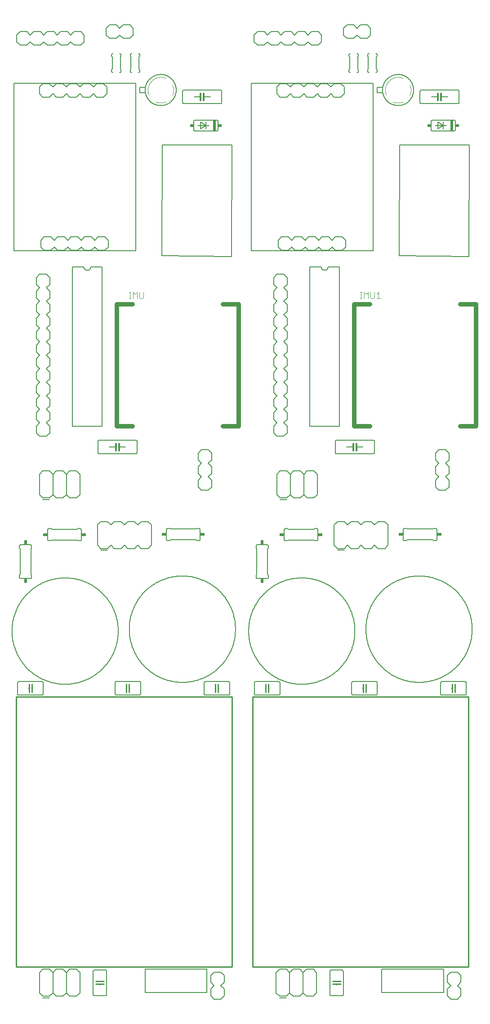
<source format=gto>
G75*
%MOIN*%
%OFA0B0*%
%FSLAX25Y25*%
%IPPOS*%
%LPD*%
%AMOC8*
5,1,8,0,0,1.08239X$1,22.5*
%
%ADD10C,0.00600*%
%ADD11C,0.01000*%
%ADD12R,0.03400X0.02400*%
%ADD13R,0.02400X0.03400*%
%ADD14C,0.00800*%
%ADD15C,0.00500*%
%ADD16C,0.01200*%
%ADD17C,0.03200*%
%ADD18C,0.00400*%
%ADD19C,0.00200*%
%ADD20R,0.02000X0.08000*%
%ADD21R,0.02500X0.02000*%
D10*
X0095315Y0011347D02*
X0095315Y0028347D01*
X0095317Y0028407D01*
X0095322Y0028468D01*
X0095331Y0028527D01*
X0095344Y0028586D01*
X0095360Y0028645D01*
X0095380Y0028702D01*
X0095403Y0028757D01*
X0095430Y0028812D01*
X0095459Y0028864D01*
X0095492Y0028915D01*
X0095528Y0028964D01*
X0095566Y0029010D01*
X0095608Y0029054D01*
X0095652Y0029096D01*
X0095698Y0029134D01*
X0095747Y0029170D01*
X0095798Y0029203D01*
X0095850Y0029232D01*
X0095905Y0029259D01*
X0095960Y0029282D01*
X0096017Y0029302D01*
X0096076Y0029318D01*
X0096135Y0029331D01*
X0096194Y0029340D01*
X0096255Y0029345D01*
X0096315Y0029347D01*
X0104315Y0029347D01*
X0104375Y0029345D01*
X0104436Y0029340D01*
X0104495Y0029331D01*
X0104554Y0029318D01*
X0104613Y0029302D01*
X0104670Y0029282D01*
X0104725Y0029259D01*
X0104780Y0029232D01*
X0104832Y0029203D01*
X0104883Y0029170D01*
X0104932Y0029134D01*
X0104978Y0029096D01*
X0105022Y0029054D01*
X0105064Y0029010D01*
X0105102Y0028964D01*
X0105138Y0028915D01*
X0105171Y0028864D01*
X0105200Y0028812D01*
X0105227Y0028757D01*
X0105250Y0028702D01*
X0105270Y0028645D01*
X0105286Y0028586D01*
X0105299Y0028527D01*
X0105308Y0028468D01*
X0105313Y0028407D01*
X0105315Y0028347D01*
X0105315Y0011347D01*
X0105313Y0011287D01*
X0105308Y0011226D01*
X0105299Y0011167D01*
X0105286Y0011108D01*
X0105270Y0011049D01*
X0105250Y0010992D01*
X0105227Y0010937D01*
X0105200Y0010882D01*
X0105171Y0010830D01*
X0105138Y0010779D01*
X0105102Y0010730D01*
X0105064Y0010684D01*
X0105022Y0010640D01*
X0104978Y0010598D01*
X0104932Y0010560D01*
X0104883Y0010524D01*
X0104832Y0010491D01*
X0104780Y0010462D01*
X0104725Y0010435D01*
X0104670Y0010412D01*
X0104613Y0010392D01*
X0104554Y0010376D01*
X0104495Y0010363D01*
X0104436Y0010354D01*
X0104375Y0010349D01*
X0104315Y0010347D01*
X0096315Y0010347D01*
X0096255Y0010349D01*
X0096194Y0010354D01*
X0096135Y0010363D01*
X0096076Y0010376D01*
X0096017Y0010392D01*
X0095960Y0010412D01*
X0095905Y0010435D01*
X0095850Y0010462D01*
X0095798Y0010491D01*
X0095747Y0010524D01*
X0095698Y0010560D01*
X0095652Y0010598D01*
X0095608Y0010640D01*
X0095566Y0010684D01*
X0095528Y0010730D01*
X0095492Y0010779D01*
X0095459Y0010830D01*
X0095430Y0010882D01*
X0095403Y0010937D01*
X0095380Y0010992D01*
X0095360Y0011049D01*
X0095344Y0011108D01*
X0095331Y0011167D01*
X0095322Y0011226D01*
X0095317Y0011287D01*
X0095315Y0011347D01*
X0100315Y0018347D02*
X0100315Y0018847D01*
X0100315Y0020847D02*
X0100315Y0021347D01*
X0112563Y0233083D02*
X0129563Y0233083D01*
X0129623Y0233085D01*
X0129684Y0233090D01*
X0129743Y0233099D01*
X0129802Y0233112D01*
X0129861Y0233128D01*
X0129918Y0233148D01*
X0129973Y0233171D01*
X0130028Y0233198D01*
X0130080Y0233227D01*
X0130131Y0233260D01*
X0130180Y0233296D01*
X0130226Y0233334D01*
X0130270Y0233376D01*
X0130312Y0233420D01*
X0130350Y0233466D01*
X0130386Y0233515D01*
X0130419Y0233566D01*
X0130448Y0233618D01*
X0130475Y0233673D01*
X0130498Y0233728D01*
X0130518Y0233785D01*
X0130534Y0233844D01*
X0130547Y0233903D01*
X0130556Y0233962D01*
X0130561Y0234023D01*
X0130563Y0234083D01*
X0130563Y0242083D01*
X0130561Y0242143D01*
X0130556Y0242204D01*
X0130547Y0242263D01*
X0130534Y0242322D01*
X0130518Y0242381D01*
X0130498Y0242438D01*
X0130475Y0242493D01*
X0130448Y0242548D01*
X0130419Y0242600D01*
X0130386Y0242651D01*
X0130350Y0242700D01*
X0130312Y0242746D01*
X0130270Y0242790D01*
X0130226Y0242832D01*
X0130180Y0242870D01*
X0130131Y0242906D01*
X0130080Y0242939D01*
X0130028Y0242968D01*
X0129973Y0242995D01*
X0129918Y0243018D01*
X0129861Y0243038D01*
X0129802Y0243054D01*
X0129743Y0243067D01*
X0129684Y0243076D01*
X0129623Y0243081D01*
X0129563Y0243083D01*
X0112563Y0243083D01*
X0112503Y0243081D01*
X0112442Y0243076D01*
X0112383Y0243067D01*
X0112324Y0243054D01*
X0112265Y0243038D01*
X0112208Y0243018D01*
X0112153Y0242995D01*
X0112098Y0242968D01*
X0112046Y0242939D01*
X0111995Y0242906D01*
X0111946Y0242870D01*
X0111900Y0242832D01*
X0111856Y0242790D01*
X0111814Y0242746D01*
X0111776Y0242700D01*
X0111740Y0242651D01*
X0111707Y0242600D01*
X0111678Y0242548D01*
X0111651Y0242493D01*
X0111628Y0242438D01*
X0111608Y0242381D01*
X0111592Y0242322D01*
X0111579Y0242263D01*
X0111570Y0242204D01*
X0111565Y0242143D01*
X0111563Y0242083D01*
X0111563Y0234083D01*
X0111565Y0234023D01*
X0111570Y0233962D01*
X0111579Y0233903D01*
X0111592Y0233844D01*
X0111608Y0233785D01*
X0111628Y0233728D01*
X0111651Y0233673D01*
X0111678Y0233618D01*
X0111707Y0233566D01*
X0111740Y0233515D01*
X0111776Y0233466D01*
X0111814Y0233420D01*
X0111856Y0233376D01*
X0111900Y0233334D01*
X0111946Y0233296D01*
X0111995Y0233260D01*
X0112046Y0233227D01*
X0112098Y0233198D01*
X0112153Y0233171D01*
X0112208Y0233148D01*
X0112265Y0233128D01*
X0112324Y0233112D01*
X0112383Y0233099D01*
X0112442Y0233090D01*
X0112503Y0233085D01*
X0112563Y0233083D01*
X0119563Y0238083D02*
X0120063Y0238083D01*
X0122063Y0238083D02*
X0122563Y0238083D01*
X0177468Y0241891D02*
X0177468Y0233891D01*
X0177470Y0233831D01*
X0177475Y0233770D01*
X0177484Y0233711D01*
X0177497Y0233652D01*
X0177513Y0233593D01*
X0177533Y0233536D01*
X0177556Y0233481D01*
X0177583Y0233426D01*
X0177612Y0233374D01*
X0177645Y0233323D01*
X0177681Y0233274D01*
X0177719Y0233228D01*
X0177761Y0233184D01*
X0177805Y0233142D01*
X0177851Y0233104D01*
X0177900Y0233068D01*
X0177951Y0233035D01*
X0178003Y0233006D01*
X0178058Y0232979D01*
X0178113Y0232956D01*
X0178170Y0232936D01*
X0178229Y0232920D01*
X0178288Y0232907D01*
X0178347Y0232898D01*
X0178408Y0232893D01*
X0178468Y0232891D01*
X0195468Y0232891D01*
X0195528Y0232893D01*
X0195589Y0232898D01*
X0195648Y0232907D01*
X0195707Y0232920D01*
X0195766Y0232936D01*
X0195823Y0232956D01*
X0195878Y0232979D01*
X0195933Y0233006D01*
X0195985Y0233035D01*
X0196036Y0233068D01*
X0196085Y0233104D01*
X0196131Y0233142D01*
X0196175Y0233184D01*
X0196217Y0233228D01*
X0196255Y0233274D01*
X0196291Y0233323D01*
X0196324Y0233374D01*
X0196353Y0233426D01*
X0196380Y0233481D01*
X0196403Y0233536D01*
X0196423Y0233593D01*
X0196439Y0233652D01*
X0196452Y0233711D01*
X0196461Y0233770D01*
X0196466Y0233831D01*
X0196468Y0233891D01*
X0196468Y0241891D01*
X0196466Y0241951D01*
X0196461Y0242012D01*
X0196452Y0242071D01*
X0196439Y0242130D01*
X0196423Y0242189D01*
X0196403Y0242246D01*
X0196380Y0242301D01*
X0196353Y0242356D01*
X0196324Y0242408D01*
X0196291Y0242459D01*
X0196255Y0242508D01*
X0196217Y0242554D01*
X0196175Y0242598D01*
X0196131Y0242640D01*
X0196085Y0242678D01*
X0196036Y0242714D01*
X0195985Y0242747D01*
X0195933Y0242776D01*
X0195878Y0242803D01*
X0195823Y0242826D01*
X0195766Y0242846D01*
X0195707Y0242862D01*
X0195648Y0242875D01*
X0195589Y0242884D01*
X0195528Y0242889D01*
X0195468Y0242891D01*
X0178468Y0242891D01*
X0178408Y0242889D01*
X0178347Y0242884D01*
X0178288Y0242875D01*
X0178229Y0242862D01*
X0178170Y0242846D01*
X0178113Y0242826D01*
X0178058Y0242803D01*
X0178003Y0242776D01*
X0177951Y0242747D01*
X0177900Y0242714D01*
X0177851Y0242678D01*
X0177805Y0242640D01*
X0177761Y0242598D01*
X0177719Y0242554D01*
X0177681Y0242508D01*
X0177645Y0242459D01*
X0177612Y0242408D01*
X0177583Y0242356D01*
X0177556Y0242301D01*
X0177533Y0242246D01*
X0177513Y0242189D01*
X0177497Y0242130D01*
X0177484Y0242071D01*
X0177475Y0242012D01*
X0177470Y0241951D01*
X0177468Y0241891D01*
X0185468Y0237891D02*
X0185968Y0237891D01*
X0187968Y0237891D02*
X0188468Y0237891D01*
X0214775Y0233926D02*
X0214775Y0241926D01*
X0214777Y0241986D01*
X0214782Y0242047D01*
X0214791Y0242106D01*
X0214804Y0242165D01*
X0214820Y0242224D01*
X0214840Y0242281D01*
X0214863Y0242336D01*
X0214890Y0242391D01*
X0214919Y0242443D01*
X0214952Y0242494D01*
X0214988Y0242543D01*
X0215026Y0242589D01*
X0215068Y0242633D01*
X0215112Y0242675D01*
X0215158Y0242713D01*
X0215207Y0242749D01*
X0215258Y0242782D01*
X0215310Y0242811D01*
X0215365Y0242838D01*
X0215420Y0242861D01*
X0215477Y0242881D01*
X0215536Y0242897D01*
X0215595Y0242910D01*
X0215654Y0242919D01*
X0215715Y0242924D01*
X0215775Y0242926D01*
X0232775Y0242926D01*
X0232835Y0242924D01*
X0232896Y0242919D01*
X0232955Y0242910D01*
X0233014Y0242897D01*
X0233073Y0242881D01*
X0233130Y0242861D01*
X0233185Y0242838D01*
X0233240Y0242811D01*
X0233292Y0242782D01*
X0233343Y0242749D01*
X0233392Y0242713D01*
X0233438Y0242675D01*
X0233482Y0242633D01*
X0233524Y0242589D01*
X0233562Y0242543D01*
X0233598Y0242494D01*
X0233631Y0242443D01*
X0233660Y0242391D01*
X0233687Y0242336D01*
X0233710Y0242281D01*
X0233730Y0242224D01*
X0233746Y0242165D01*
X0233759Y0242106D01*
X0233768Y0242047D01*
X0233773Y0241986D01*
X0233775Y0241926D01*
X0233775Y0233926D01*
X0233773Y0233866D01*
X0233768Y0233805D01*
X0233759Y0233746D01*
X0233746Y0233687D01*
X0233730Y0233628D01*
X0233710Y0233571D01*
X0233687Y0233516D01*
X0233660Y0233461D01*
X0233631Y0233409D01*
X0233598Y0233358D01*
X0233562Y0233309D01*
X0233524Y0233263D01*
X0233482Y0233219D01*
X0233438Y0233177D01*
X0233392Y0233139D01*
X0233343Y0233103D01*
X0233292Y0233070D01*
X0233240Y0233041D01*
X0233185Y0233014D01*
X0233130Y0232991D01*
X0233073Y0232971D01*
X0233014Y0232955D01*
X0232955Y0232942D01*
X0232896Y0232933D01*
X0232835Y0232928D01*
X0232775Y0232926D01*
X0215775Y0232926D01*
X0215715Y0232928D01*
X0215654Y0232933D01*
X0215595Y0232942D01*
X0215536Y0232955D01*
X0215477Y0232971D01*
X0215420Y0232991D01*
X0215365Y0233014D01*
X0215310Y0233041D01*
X0215258Y0233070D01*
X0215207Y0233103D01*
X0215158Y0233139D01*
X0215112Y0233177D01*
X0215068Y0233219D01*
X0215026Y0233263D01*
X0214988Y0233309D01*
X0214952Y0233358D01*
X0214919Y0233409D01*
X0214890Y0233461D01*
X0214863Y0233516D01*
X0214840Y0233571D01*
X0214820Y0233628D01*
X0214804Y0233687D01*
X0214791Y0233746D01*
X0214782Y0233805D01*
X0214777Y0233866D01*
X0214775Y0233926D01*
X0222775Y0237926D02*
X0223275Y0237926D01*
X0225275Y0237926D02*
X0225775Y0237926D01*
X0224200Y0319300D02*
X0217200Y0319300D01*
X0217140Y0319302D01*
X0217079Y0319307D01*
X0217020Y0319316D01*
X0216961Y0319329D01*
X0216902Y0319345D01*
X0216845Y0319365D01*
X0216790Y0319388D01*
X0216735Y0319415D01*
X0216683Y0319444D01*
X0216632Y0319477D01*
X0216583Y0319513D01*
X0216537Y0319551D01*
X0216493Y0319593D01*
X0216451Y0319637D01*
X0216413Y0319683D01*
X0216377Y0319732D01*
X0216344Y0319783D01*
X0216315Y0319835D01*
X0216288Y0319890D01*
X0216265Y0319945D01*
X0216245Y0320002D01*
X0216229Y0320061D01*
X0216216Y0320120D01*
X0216207Y0320179D01*
X0216202Y0320240D01*
X0216200Y0320300D01*
X0216200Y0321800D01*
X0216700Y0322300D01*
X0216700Y0341300D01*
X0216200Y0341800D01*
X0216200Y0343300D01*
X0216202Y0343360D01*
X0216207Y0343421D01*
X0216216Y0343480D01*
X0216229Y0343539D01*
X0216245Y0343598D01*
X0216265Y0343655D01*
X0216288Y0343710D01*
X0216315Y0343765D01*
X0216344Y0343817D01*
X0216377Y0343868D01*
X0216413Y0343917D01*
X0216451Y0343963D01*
X0216493Y0344007D01*
X0216537Y0344049D01*
X0216583Y0344087D01*
X0216632Y0344123D01*
X0216683Y0344156D01*
X0216735Y0344185D01*
X0216790Y0344212D01*
X0216845Y0344235D01*
X0216902Y0344255D01*
X0216961Y0344271D01*
X0217020Y0344284D01*
X0217079Y0344293D01*
X0217140Y0344298D01*
X0217200Y0344300D01*
X0224200Y0344300D01*
X0224260Y0344298D01*
X0224321Y0344293D01*
X0224380Y0344284D01*
X0224439Y0344271D01*
X0224498Y0344255D01*
X0224555Y0344235D01*
X0224610Y0344212D01*
X0224665Y0344185D01*
X0224717Y0344156D01*
X0224768Y0344123D01*
X0224817Y0344087D01*
X0224863Y0344049D01*
X0224907Y0344007D01*
X0224949Y0343963D01*
X0224987Y0343917D01*
X0225023Y0343868D01*
X0225056Y0343817D01*
X0225085Y0343765D01*
X0225112Y0343710D01*
X0225135Y0343655D01*
X0225155Y0343598D01*
X0225171Y0343539D01*
X0225184Y0343480D01*
X0225193Y0343421D01*
X0225198Y0343360D01*
X0225200Y0343300D01*
X0225200Y0341800D01*
X0224700Y0341300D01*
X0224700Y0322300D01*
X0225200Y0321800D01*
X0225200Y0320300D01*
X0225198Y0320240D01*
X0225193Y0320179D01*
X0225184Y0320120D01*
X0225171Y0320061D01*
X0225155Y0320002D01*
X0225135Y0319945D01*
X0225112Y0319890D01*
X0225085Y0319835D01*
X0225056Y0319783D01*
X0225023Y0319732D01*
X0224987Y0319683D01*
X0224949Y0319637D01*
X0224907Y0319593D01*
X0224863Y0319551D01*
X0224817Y0319513D01*
X0224768Y0319477D01*
X0224717Y0319444D01*
X0224665Y0319415D01*
X0224610Y0319388D01*
X0224555Y0319365D01*
X0224498Y0319345D01*
X0224439Y0319329D01*
X0224380Y0319316D01*
X0224321Y0319307D01*
X0224260Y0319302D01*
X0224200Y0319300D01*
X0238015Y0347237D02*
X0239515Y0347237D01*
X0240015Y0347737D01*
X0259015Y0347737D01*
X0259515Y0347237D01*
X0261015Y0347237D01*
X0261075Y0347239D01*
X0261136Y0347244D01*
X0261195Y0347253D01*
X0261254Y0347266D01*
X0261313Y0347282D01*
X0261370Y0347302D01*
X0261425Y0347325D01*
X0261480Y0347352D01*
X0261532Y0347381D01*
X0261583Y0347414D01*
X0261632Y0347450D01*
X0261678Y0347488D01*
X0261722Y0347530D01*
X0261764Y0347574D01*
X0261802Y0347620D01*
X0261838Y0347669D01*
X0261871Y0347720D01*
X0261900Y0347772D01*
X0261927Y0347827D01*
X0261950Y0347882D01*
X0261970Y0347939D01*
X0261986Y0347998D01*
X0261999Y0348057D01*
X0262008Y0348116D01*
X0262013Y0348177D01*
X0262015Y0348237D01*
X0262015Y0355237D01*
X0262013Y0355297D01*
X0262008Y0355358D01*
X0261999Y0355417D01*
X0261986Y0355476D01*
X0261970Y0355535D01*
X0261950Y0355592D01*
X0261927Y0355647D01*
X0261900Y0355702D01*
X0261871Y0355754D01*
X0261838Y0355805D01*
X0261802Y0355854D01*
X0261764Y0355900D01*
X0261722Y0355944D01*
X0261678Y0355986D01*
X0261632Y0356024D01*
X0261583Y0356060D01*
X0261532Y0356093D01*
X0261480Y0356122D01*
X0261425Y0356149D01*
X0261370Y0356172D01*
X0261313Y0356192D01*
X0261254Y0356208D01*
X0261195Y0356221D01*
X0261136Y0356230D01*
X0261075Y0356235D01*
X0261015Y0356237D01*
X0259515Y0356237D01*
X0259015Y0355737D01*
X0240015Y0355737D01*
X0239515Y0356237D01*
X0238015Y0356237D01*
X0237955Y0356235D01*
X0237894Y0356230D01*
X0237835Y0356221D01*
X0237776Y0356208D01*
X0237717Y0356192D01*
X0237660Y0356172D01*
X0237605Y0356149D01*
X0237550Y0356122D01*
X0237498Y0356093D01*
X0237447Y0356060D01*
X0237398Y0356024D01*
X0237352Y0355986D01*
X0237308Y0355944D01*
X0237266Y0355900D01*
X0237228Y0355854D01*
X0237192Y0355805D01*
X0237159Y0355754D01*
X0237130Y0355702D01*
X0237103Y0355647D01*
X0237080Y0355592D01*
X0237060Y0355535D01*
X0237044Y0355476D01*
X0237031Y0355417D01*
X0237022Y0355358D01*
X0237017Y0355297D01*
X0237015Y0355237D01*
X0237015Y0348237D01*
X0237017Y0348177D01*
X0237022Y0348116D01*
X0237031Y0348057D01*
X0237044Y0347998D01*
X0237060Y0347939D01*
X0237080Y0347882D01*
X0237103Y0347827D01*
X0237130Y0347772D01*
X0237159Y0347720D01*
X0237192Y0347669D01*
X0237228Y0347620D01*
X0237266Y0347574D01*
X0237308Y0347530D01*
X0237352Y0347488D01*
X0237398Y0347450D01*
X0237447Y0347414D01*
X0237498Y0347381D01*
X0237550Y0347352D01*
X0237605Y0347325D01*
X0237660Y0347302D01*
X0237717Y0347282D01*
X0237776Y0347266D01*
X0237835Y0347253D01*
X0237894Y0347244D01*
X0237955Y0347239D01*
X0238015Y0347237D01*
X0274866Y0412658D02*
X0274866Y0420658D01*
X0274868Y0420718D01*
X0274873Y0420779D01*
X0274882Y0420838D01*
X0274895Y0420897D01*
X0274911Y0420956D01*
X0274931Y0421013D01*
X0274954Y0421068D01*
X0274981Y0421123D01*
X0275010Y0421175D01*
X0275043Y0421226D01*
X0275079Y0421275D01*
X0275117Y0421321D01*
X0275159Y0421365D01*
X0275203Y0421407D01*
X0275249Y0421445D01*
X0275298Y0421481D01*
X0275349Y0421514D01*
X0275401Y0421543D01*
X0275456Y0421570D01*
X0275511Y0421593D01*
X0275568Y0421613D01*
X0275627Y0421629D01*
X0275686Y0421642D01*
X0275745Y0421651D01*
X0275806Y0421656D01*
X0275866Y0421658D01*
X0302866Y0421658D01*
X0302926Y0421656D01*
X0302987Y0421651D01*
X0303046Y0421642D01*
X0303105Y0421629D01*
X0303164Y0421613D01*
X0303221Y0421593D01*
X0303276Y0421570D01*
X0303331Y0421543D01*
X0303383Y0421514D01*
X0303434Y0421481D01*
X0303483Y0421445D01*
X0303529Y0421407D01*
X0303573Y0421365D01*
X0303615Y0421321D01*
X0303653Y0421275D01*
X0303689Y0421226D01*
X0303722Y0421175D01*
X0303751Y0421123D01*
X0303778Y0421068D01*
X0303801Y0421013D01*
X0303821Y0420956D01*
X0303837Y0420897D01*
X0303850Y0420838D01*
X0303859Y0420779D01*
X0303864Y0420718D01*
X0303866Y0420658D01*
X0303866Y0412658D01*
X0303864Y0412598D01*
X0303859Y0412537D01*
X0303850Y0412478D01*
X0303837Y0412419D01*
X0303821Y0412360D01*
X0303801Y0412303D01*
X0303778Y0412248D01*
X0303751Y0412193D01*
X0303722Y0412141D01*
X0303689Y0412090D01*
X0303653Y0412041D01*
X0303615Y0411995D01*
X0303573Y0411951D01*
X0303529Y0411909D01*
X0303483Y0411871D01*
X0303434Y0411835D01*
X0303383Y0411802D01*
X0303331Y0411773D01*
X0303276Y0411746D01*
X0303221Y0411723D01*
X0303164Y0411703D01*
X0303105Y0411687D01*
X0303046Y0411674D01*
X0302987Y0411665D01*
X0302926Y0411660D01*
X0302866Y0411658D01*
X0275866Y0411658D01*
X0275806Y0411660D01*
X0275745Y0411665D01*
X0275686Y0411674D01*
X0275627Y0411687D01*
X0275568Y0411703D01*
X0275511Y0411723D01*
X0275456Y0411746D01*
X0275401Y0411773D01*
X0275349Y0411802D01*
X0275298Y0411835D01*
X0275249Y0411871D01*
X0275203Y0411909D01*
X0275159Y0411951D01*
X0275117Y0411995D01*
X0275079Y0412041D01*
X0275043Y0412090D01*
X0275010Y0412141D01*
X0274981Y0412193D01*
X0274954Y0412248D01*
X0274931Y0412303D01*
X0274911Y0412360D01*
X0274895Y0412419D01*
X0274882Y0412478D01*
X0274873Y0412537D01*
X0274868Y0412598D01*
X0274866Y0412658D01*
X0283366Y0416658D02*
X0288166Y0416658D01*
X0290666Y0416658D02*
X0295366Y0416658D01*
X0277948Y0432048D02*
X0277948Y0550048D01*
X0269448Y0550048D01*
X0269446Y0549950D01*
X0269440Y0549852D01*
X0269431Y0549754D01*
X0269417Y0549657D01*
X0269400Y0549560D01*
X0269379Y0549464D01*
X0269354Y0549369D01*
X0269326Y0549275D01*
X0269293Y0549183D01*
X0269258Y0549091D01*
X0269218Y0549001D01*
X0269176Y0548913D01*
X0269129Y0548826D01*
X0269080Y0548742D01*
X0269027Y0548659D01*
X0268971Y0548579D01*
X0268911Y0548500D01*
X0268849Y0548424D01*
X0268784Y0548351D01*
X0268716Y0548280D01*
X0268645Y0548212D01*
X0268572Y0548147D01*
X0268496Y0548085D01*
X0268417Y0548025D01*
X0268337Y0547969D01*
X0268254Y0547916D01*
X0268170Y0547867D01*
X0268083Y0547820D01*
X0267995Y0547778D01*
X0267905Y0547738D01*
X0267813Y0547703D01*
X0267721Y0547670D01*
X0267627Y0547642D01*
X0267532Y0547617D01*
X0267436Y0547596D01*
X0267339Y0547579D01*
X0267242Y0547565D01*
X0267144Y0547556D01*
X0267046Y0547550D01*
X0266948Y0547548D01*
X0266850Y0547550D01*
X0266752Y0547556D01*
X0266654Y0547565D01*
X0266557Y0547579D01*
X0266460Y0547596D01*
X0266364Y0547617D01*
X0266269Y0547642D01*
X0266175Y0547670D01*
X0266083Y0547703D01*
X0265991Y0547738D01*
X0265901Y0547778D01*
X0265813Y0547820D01*
X0265726Y0547867D01*
X0265642Y0547916D01*
X0265559Y0547969D01*
X0265479Y0548025D01*
X0265400Y0548085D01*
X0265324Y0548147D01*
X0265251Y0548212D01*
X0265180Y0548280D01*
X0265112Y0548351D01*
X0265047Y0548424D01*
X0264985Y0548500D01*
X0264925Y0548579D01*
X0264869Y0548659D01*
X0264816Y0548742D01*
X0264767Y0548826D01*
X0264720Y0548913D01*
X0264678Y0549001D01*
X0264638Y0549091D01*
X0264603Y0549183D01*
X0264570Y0549275D01*
X0264542Y0549369D01*
X0264517Y0549464D01*
X0264496Y0549560D01*
X0264479Y0549657D01*
X0264465Y0549754D01*
X0264456Y0549852D01*
X0264450Y0549950D01*
X0264448Y0550048D01*
X0255948Y0550048D01*
X0255948Y0432048D01*
X0277948Y0432048D01*
X0325133Y0355363D02*
X0325133Y0348363D01*
X0325135Y0348303D01*
X0325140Y0348242D01*
X0325149Y0348183D01*
X0325162Y0348124D01*
X0325178Y0348065D01*
X0325198Y0348008D01*
X0325221Y0347953D01*
X0325248Y0347898D01*
X0325277Y0347846D01*
X0325310Y0347795D01*
X0325346Y0347746D01*
X0325384Y0347700D01*
X0325426Y0347656D01*
X0325470Y0347614D01*
X0325516Y0347576D01*
X0325565Y0347540D01*
X0325616Y0347507D01*
X0325668Y0347478D01*
X0325723Y0347451D01*
X0325778Y0347428D01*
X0325835Y0347408D01*
X0325894Y0347392D01*
X0325953Y0347379D01*
X0326012Y0347370D01*
X0326073Y0347365D01*
X0326133Y0347363D01*
X0327633Y0347363D01*
X0328133Y0347863D01*
X0347133Y0347863D01*
X0347633Y0347363D01*
X0349133Y0347363D01*
X0349193Y0347365D01*
X0349254Y0347370D01*
X0349313Y0347379D01*
X0349372Y0347392D01*
X0349431Y0347408D01*
X0349488Y0347428D01*
X0349543Y0347451D01*
X0349598Y0347478D01*
X0349650Y0347507D01*
X0349701Y0347540D01*
X0349750Y0347576D01*
X0349796Y0347614D01*
X0349840Y0347656D01*
X0349882Y0347700D01*
X0349920Y0347746D01*
X0349956Y0347795D01*
X0349989Y0347846D01*
X0350018Y0347898D01*
X0350045Y0347953D01*
X0350068Y0348008D01*
X0350088Y0348065D01*
X0350104Y0348124D01*
X0350117Y0348183D01*
X0350126Y0348242D01*
X0350131Y0348303D01*
X0350133Y0348363D01*
X0350133Y0355363D01*
X0350131Y0355423D01*
X0350126Y0355484D01*
X0350117Y0355543D01*
X0350104Y0355602D01*
X0350088Y0355661D01*
X0350068Y0355718D01*
X0350045Y0355773D01*
X0350018Y0355828D01*
X0349989Y0355880D01*
X0349956Y0355931D01*
X0349920Y0355980D01*
X0349882Y0356026D01*
X0349840Y0356070D01*
X0349796Y0356112D01*
X0349750Y0356150D01*
X0349701Y0356186D01*
X0349650Y0356219D01*
X0349598Y0356248D01*
X0349543Y0356275D01*
X0349488Y0356298D01*
X0349431Y0356318D01*
X0349372Y0356334D01*
X0349313Y0356347D01*
X0349254Y0356356D01*
X0349193Y0356361D01*
X0349133Y0356363D01*
X0347633Y0356363D01*
X0347133Y0355863D01*
X0328133Y0355863D01*
X0327633Y0356363D01*
X0326133Y0356363D01*
X0326073Y0356361D01*
X0326012Y0356356D01*
X0325953Y0356347D01*
X0325894Y0356334D01*
X0325835Y0356318D01*
X0325778Y0356298D01*
X0325723Y0356275D01*
X0325668Y0356248D01*
X0325616Y0356219D01*
X0325565Y0356186D01*
X0325516Y0356150D01*
X0325470Y0356112D01*
X0325426Y0356070D01*
X0325384Y0356026D01*
X0325346Y0355980D01*
X0325310Y0355931D01*
X0325277Y0355880D01*
X0325248Y0355828D01*
X0325221Y0355773D01*
X0325198Y0355718D01*
X0325178Y0355661D01*
X0325162Y0355602D01*
X0325149Y0355543D01*
X0325140Y0355484D01*
X0325135Y0355423D01*
X0325133Y0355363D01*
X0305063Y0243083D02*
X0288063Y0243083D01*
X0288003Y0243081D01*
X0287942Y0243076D01*
X0287883Y0243067D01*
X0287824Y0243054D01*
X0287765Y0243038D01*
X0287708Y0243018D01*
X0287653Y0242995D01*
X0287598Y0242968D01*
X0287546Y0242939D01*
X0287495Y0242906D01*
X0287446Y0242870D01*
X0287400Y0242832D01*
X0287356Y0242790D01*
X0287314Y0242746D01*
X0287276Y0242700D01*
X0287240Y0242651D01*
X0287207Y0242600D01*
X0287178Y0242548D01*
X0287151Y0242493D01*
X0287128Y0242438D01*
X0287108Y0242381D01*
X0287092Y0242322D01*
X0287079Y0242263D01*
X0287070Y0242204D01*
X0287065Y0242143D01*
X0287063Y0242083D01*
X0287063Y0234083D01*
X0287065Y0234023D01*
X0287070Y0233962D01*
X0287079Y0233903D01*
X0287092Y0233844D01*
X0287108Y0233785D01*
X0287128Y0233728D01*
X0287151Y0233673D01*
X0287178Y0233618D01*
X0287207Y0233566D01*
X0287240Y0233515D01*
X0287276Y0233466D01*
X0287314Y0233420D01*
X0287356Y0233376D01*
X0287400Y0233334D01*
X0287446Y0233296D01*
X0287495Y0233260D01*
X0287546Y0233227D01*
X0287598Y0233198D01*
X0287653Y0233171D01*
X0287708Y0233148D01*
X0287765Y0233128D01*
X0287824Y0233112D01*
X0287883Y0233099D01*
X0287942Y0233090D01*
X0288003Y0233085D01*
X0288063Y0233083D01*
X0305063Y0233083D01*
X0305123Y0233085D01*
X0305184Y0233090D01*
X0305243Y0233099D01*
X0305302Y0233112D01*
X0305361Y0233128D01*
X0305418Y0233148D01*
X0305473Y0233171D01*
X0305528Y0233198D01*
X0305580Y0233227D01*
X0305631Y0233260D01*
X0305680Y0233296D01*
X0305726Y0233334D01*
X0305770Y0233376D01*
X0305812Y0233420D01*
X0305850Y0233466D01*
X0305886Y0233515D01*
X0305919Y0233566D01*
X0305948Y0233618D01*
X0305975Y0233673D01*
X0305998Y0233728D01*
X0306018Y0233785D01*
X0306034Y0233844D01*
X0306047Y0233903D01*
X0306056Y0233962D01*
X0306061Y0234023D01*
X0306063Y0234083D01*
X0306063Y0242083D01*
X0306061Y0242143D01*
X0306056Y0242204D01*
X0306047Y0242263D01*
X0306034Y0242322D01*
X0306018Y0242381D01*
X0305998Y0242438D01*
X0305975Y0242493D01*
X0305948Y0242548D01*
X0305919Y0242600D01*
X0305886Y0242651D01*
X0305850Y0242700D01*
X0305812Y0242746D01*
X0305770Y0242790D01*
X0305726Y0242832D01*
X0305680Y0242870D01*
X0305631Y0242906D01*
X0305580Y0242939D01*
X0305528Y0242968D01*
X0305473Y0242995D01*
X0305418Y0243018D01*
X0305361Y0243038D01*
X0305302Y0243054D01*
X0305243Y0243067D01*
X0305184Y0243076D01*
X0305123Y0243081D01*
X0305063Y0243083D01*
X0298063Y0238083D02*
X0297563Y0238083D01*
X0295563Y0238083D02*
X0295063Y0238083D01*
X0352968Y0241891D02*
X0352968Y0233891D01*
X0352970Y0233831D01*
X0352975Y0233770D01*
X0352984Y0233711D01*
X0352997Y0233652D01*
X0353013Y0233593D01*
X0353033Y0233536D01*
X0353056Y0233481D01*
X0353083Y0233426D01*
X0353112Y0233374D01*
X0353145Y0233323D01*
X0353181Y0233274D01*
X0353219Y0233228D01*
X0353261Y0233184D01*
X0353305Y0233142D01*
X0353351Y0233104D01*
X0353400Y0233068D01*
X0353451Y0233035D01*
X0353503Y0233006D01*
X0353558Y0232979D01*
X0353613Y0232956D01*
X0353670Y0232936D01*
X0353729Y0232920D01*
X0353788Y0232907D01*
X0353847Y0232898D01*
X0353908Y0232893D01*
X0353968Y0232891D01*
X0370968Y0232891D01*
X0371028Y0232893D01*
X0371089Y0232898D01*
X0371148Y0232907D01*
X0371207Y0232920D01*
X0371266Y0232936D01*
X0371323Y0232956D01*
X0371378Y0232979D01*
X0371433Y0233006D01*
X0371485Y0233035D01*
X0371536Y0233068D01*
X0371585Y0233104D01*
X0371631Y0233142D01*
X0371675Y0233184D01*
X0371717Y0233228D01*
X0371755Y0233274D01*
X0371791Y0233323D01*
X0371824Y0233374D01*
X0371853Y0233426D01*
X0371880Y0233481D01*
X0371903Y0233536D01*
X0371923Y0233593D01*
X0371939Y0233652D01*
X0371952Y0233711D01*
X0371961Y0233770D01*
X0371966Y0233831D01*
X0371968Y0233891D01*
X0371968Y0241891D01*
X0371966Y0241951D01*
X0371961Y0242012D01*
X0371952Y0242071D01*
X0371939Y0242130D01*
X0371923Y0242189D01*
X0371903Y0242246D01*
X0371880Y0242301D01*
X0371853Y0242356D01*
X0371824Y0242408D01*
X0371791Y0242459D01*
X0371755Y0242508D01*
X0371717Y0242554D01*
X0371675Y0242598D01*
X0371631Y0242640D01*
X0371585Y0242678D01*
X0371536Y0242714D01*
X0371485Y0242747D01*
X0371433Y0242776D01*
X0371378Y0242803D01*
X0371323Y0242826D01*
X0371266Y0242846D01*
X0371207Y0242862D01*
X0371148Y0242875D01*
X0371089Y0242884D01*
X0371028Y0242889D01*
X0370968Y0242891D01*
X0353968Y0242891D01*
X0353908Y0242889D01*
X0353847Y0242884D01*
X0353788Y0242875D01*
X0353729Y0242862D01*
X0353670Y0242846D01*
X0353613Y0242826D01*
X0353558Y0242803D01*
X0353503Y0242776D01*
X0353451Y0242747D01*
X0353400Y0242714D01*
X0353351Y0242678D01*
X0353305Y0242640D01*
X0353261Y0242598D01*
X0353219Y0242554D01*
X0353181Y0242508D01*
X0353145Y0242459D01*
X0353112Y0242408D01*
X0353083Y0242356D01*
X0353056Y0242301D01*
X0353033Y0242246D01*
X0353013Y0242189D01*
X0352997Y0242130D01*
X0352984Y0242071D01*
X0352975Y0242012D01*
X0352970Y0241951D01*
X0352968Y0241891D01*
X0360968Y0237891D02*
X0361468Y0237891D01*
X0363468Y0237891D02*
X0363968Y0237891D01*
X0279815Y0029347D02*
X0271815Y0029347D01*
X0271755Y0029345D01*
X0271694Y0029340D01*
X0271635Y0029331D01*
X0271576Y0029318D01*
X0271517Y0029302D01*
X0271460Y0029282D01*
X0271405Y0029259D01*
X0271350Y0029232D01*
X0271298Y0029203D01*
X0271247Y0029170D01*
X0271198Y0029134D01*
X0271152Y0029096D01*
X0271108Y0029054D01*
X0271066Y0029010D01*
X0271028Y0028964D01*
X0270992Y0028915D01*
X0270959Y0028864D01*
X0270930Y0028812D01*
X0270903Y0028757D01*
X0270880Y0028702D01*
X0270860Y0028645D01*
X0270844Y0028586D01*
X0270831Y0028527D01*
X0270822Y0028468D01*
X0270817Y0028407D01*
X0270815Y0028347D01*
X0270815Y0011347D01*
X0270817Y0011287D01*
X0270822Y0011226D01*
X0270831Y0011167D01*
X0270844Y0011108D01*
X0270860Y0011049D01*
X0270880Y0010992D01*
X0270903Y0010937D01*
X0270930Y0010882D01*
X0270959Y0010830D01*
X0270992Y0010779D01*
X0271028Y0010730D01*
X0271066Y0010684D01*
X0271108Y0010640D01*
X0271152Y0010598D01*
X0271198Y0010560D01*
X0271247Y0010524D01*
X0271298Y0010491D01*
X0271350Y0010462D01*
X0271405Y0010435D01*
X0271460Y0010412D01*
X0271517Y0010392D01*
X0271576Y0010376D01*
X0271635Y0010363D01*
X0271694Y0010354D01*
X0271755Y0010349D01*
X0271815Y0010347D01*
X0279815Y0010347D01*
X0279875Y0010349D01*
X0279936Y0010354D01*
X0279995Y0010363D01*
X0280054Y0010376D01*
X0280113Y0010392D01*
X0280170Y0010412D01*
X0280225Y0010435D01*
X0280280Y0010462D01*
X0280332Y0010491D01*
X0280383Y0010524D01*
X0280432Y0010560D01*
X0280478Y0010598D01*
X0280522Y0010640D01*
X0280564Y0010684D01*
X0280602Y0010730D01*
X0280638Y0010779D01*
X0280671Y0010830D01*
X0280700Y0010882D01*
X0280727Y0010937D01*
X0280750Y0010992D01*
X0280770Y0011049D01*
X0280786Y0011108D01*
X0280799Y0011167D01*
X0280808Y0011226D01*
X0280813Y0011287D01*
X0280815Y0011347D01*
X0280815Y0028347D01*
X0280813Y0028407D01*
X0280808Y0028468D01*
X0280799Y0028527D01*
X0280786Y0028586D01*
X0280770Y0028645D01*
X0280750Y0028702D01*
X0280727Y0028757D01*
X0280700Y0028812D01*
X0280671Y0028864D01*
X0280638Y0028915D01*
X0280602Y0028964D01*
X0280564Y0029010D01*
X0280522Y0029054D01*
X0280478Y0029096D01*
X0280432Y0029134D01*
X0280383Y0029170D01*
X0280332Y0029203D01*
X0280280Y0029232D01*
X0280225Y0029259D01*
X0280170Y0029282D01*
X0280113Y0029302D01*
X0280054Y0029318D01*
X0279995Y0029331D01*
X0279936Y0029340D01*
X0279875Y0029345D01*
X0279815Y0029347D01*
X0275815Y0021347D02*
X0275815Y0020847D01*
X0275815Y0018847D02*
X0275815Y0018347D01*
X0173633Y0347363D02*
X0172133Y0347363D01*
X0171633Y0347863D01*
X0152633Y0347863D01*
X0152133Y0347363D01*
X0150633Y0347363D01*
X0150573Y0347365D01*
X0150512Y0347370D01*
X0150453Y0347379D01*
X0150394Y0347392D01*
X0150335Y0347408D01*
X0150278Y0347428D01*
X0150223Y0347451D01*
X0150168Y0347478D01*
X0150116Y0347507D01*
X0150065Y0347540D01*
X0150016Y0347576D01*
X0149970Y0347614D01*
X0149926Y0347656D01*
X0149884Y0347700D01*
X0149846Y0347746D01*
X0149810Y0347795D01*
X0149777Y0347846D01*
X0149748Y0347898D01*
X0149721Y0347953D01*
X0149698Y0348008D01*
X0149678Y0348065D01*
X0149662Y0348124D01*
X0149649Y0348183D01*
X0149640Y0348242D01*
X0149635Y0348303D01*
X0149633Y0348363D01*
X0149633Y0355363D01*
X0149635Y0355423D01*
X0149640Y0355484D01*
X0149649Y0355543D01*
X0149662Y0355602D01*
X0149678Y0355661D01*
X0149698Y0355718D01*
X0149721Y0355773D01*
X0149748Y0355828D01*
X0149777Y0355880D01*
X0149810Y0355931D01*
X0149846Y0355980D01*
X0149884Y0356026D01*
X0149926Y0356070D01*
X0149970Y0356112D01*
X0150016Y0356150D01*
X0150065Y0356186D01*
X0150116Y0356219D01*
X0150168Y0356248D01*
X0150223Y0356275D01*
X0150278Y0356298D01*
X0150335Y0356318D01*
X0150394Y0356334D01*
X0150453Y0356347D01*
X0150512Y0356356D01*
X0150573Y0356361D01*
X0150633Y0356363D01*
X0152133Y0356363D01*
X0152633Y0355863D01*
X0171633Y0355863D01*
X0172133Y0356363D01*
X0173633Y0356363D01*
X0173693Y0356361D01*
X0173754Y0356356D01*
X0173813Y0356347D01*
X0173872Y0356334D01*
X0173931Y0356318D01*
X0173988Y0356298D01*
X0174043Y0356275D01*
X0174098Y0356248D01*
X0174150Y0356219D01*
X0174201Y0356186D01*
X0174250Y0356150D01*
X0174296Y0356112D01*
X0174340Y0356070D01*
X0174382Y0356026D01*
X0174420Y0355980D01*
X0174456Y0355931D01*
X0174489Y0355880D01*
X0174518Y0355828D01*
X0174545Y0355773D01*
X0174568Y0355718D01*
X0174588Y0355661D01*
X0174604Y0355602D01*
X0174617Y0355543D01*
X0174626Y0355484D01*
X0174631Y0355423D01*
X0174633Y0355363D01*
X0174633Y0348363D01*
X0174631Y0348303D01*
X0174626Y0348242D01*
X0174617Y0348183D01*
X0174604Y0348124D01*
X0174588Y0348065D01*
X0174568Y0348008D01*
X0174545Y0347953D01*
X0174518Y0347898D01*
X0174489Y0347846D01*
X0174456Y0347795D01*
X0174420Y0347746D01*
X0174382Y0347700D01*
X0174340Y0347656D01*
X0174296Y0347614D01*
X0174250Y0347576D01*
X0174201Y0347540D01*
X0174150Y0347507D01*
X0174098Y0347478D01*
X0174043Y0347451D01*
X0173988Y0347428D01*
X0173931Y0347408D01*
X0173872Y0347392D01*
X0173813Y0347379D01*
X0173754Y0347370D01*
X0173693Y0347365D01*
X0173633Y0347363D01*
X0126866Y0411658D02*
X0099866Y0411658D01*
X0099806Y0411660D01*
X0099745Y0411665D01*
X0099686Y0411674D01*
X0099627Y0411687D01*
X0099568Y0411703D01*
X0099511Y0411723D01*
X0099456Y0411746D01*
X0099401Y0411773D01*
X0099349Y0411802D01*
X0099298Y0411835D01*
X0099249Y0411871D01*
X0099203Y0411909D01*
X0099159Y0411951D01*
X0099117Y0411995D01*
X0099079Y0412041D01*
X0099043Y0412090D01*
X0099010Y0412141D01*
X0098981Y0412193D01*
X0098954Y0412248D01*
X0098931Y0412303D01*
X0098911Y0412360D01*
X0098895Y0412419D01*
X0098882Y0412478D01*
X0098873Y0412537D01*
X0098868Y0412598D01*
X0098866Y0412658D01*
X0098866Y0420658D01*
X0098868Y0420718D01*
X0098873Y0420779D01*
X0098882Y0420838D01*
X0098895Y0420897D01*
X0098911Y0420956D01*
X0098931Y0421013D01*
X0098954Y0421068D01*
X0098981Y0421123D01*
X0099010Y0421175D01*
X0099043Y0421226D01*
X0099079Y0421275D01*
X0099117Y0421321D01*
X0099159Y0421365D01*
X0099203Y0421407D01*
X0099249Y0421445D01*
X0099298Y0421481D01*
X0099349Y0421514D01*
X0099401Y0421543D01*
X0099456Y0421570D01*
X0099511Y0421593D01*
X0099568Y0421613D01*
X0099627Y0421629D01*
X0099686Y0421642D01*
X0099745Y0421651D01*
X0099806Y0421656D01*
X0099866Y0421658D01*
X0126866Y0421658D01*
X0126926Y0421656D01*
X0126987Y0421651D01*
X0127046Y0421642D01*
X0127105Y0421629D01*
X0127164Y0421613D01*
X0127221Y0421593D01*
X0127276Y0421570D01*
X0127331Y0421543D01*
X0127383Y0421514D01*
X0127434Y0421481D01*
X0127483Y0421445D01*
X0127529Y0421407D01*
X0127573Y0421365D01*
X0127615Y0421321D01*
X0127653Y0421275D01*
X0127689Y0421226D01*
X0127722Y0421175D01*
X0127751Y0421123D01*
X0127778Y0421068D01*
X0127801Y0421013D01*
X0127821Y0420956D01*
X0127837Y0420897D01*
X0127850Y0420838D01*
X0127859Y0420779D01*
X0127864Y0420718D01*
X0127866Y0420658D01*
X0127866Y0412658D01*
X0127864Y0412598D01*
X0127859Y0412537D01*
X0127850Y0412478D01*
X0127837Y0412419D01*
X0127821Y0412360D01*
X0127801Y0412303D01*
X0127778Y0412248D01*
X0127751Y0412193D01*
X0127722Y0412141D01*
X0127689Y0412090D01*
X0127653Y0412041D01*
X0127615Y0411995D01*
X0127573Y0411951D01*
X0127529Y0411909D01*
X0127483Y0411871D01*
X0127434Y0411835D01*
X0127383Y0411802D01*
X0127331Y0411773D01*
X0127276Y0411746D01*
X0127221Y0411723D01*
X0127164Y0411703D01*
X0127105Y0411687D01*
X0127046Y0411674D01*
X0126987Y0411665D01*
X0126926Y0411660D01*
X0126866Y0411658D01*
X0119366Y0416658D02*
X0114666Y0416658D01*
X0112166Y0416658D02*
X0107366Y0416658D01*
X0101948Y0432048D02*
X0101948Y0550048D01*
X0093448Y0550048D01*
X0093446Y0549950D01*
X0093440Y0549852D01*
X0093431Y0549754D01*
X0093417Y0549657D01*
X0093400Y0549560D01*
X0093379Y0549464D01*
X0093354Y0549369D01*
X0093326Y0549275D01*
X0093293Y0549183D01*
X0093258Y0549091D01*
X0093218Y0549001D01*
X0093176Y0548913D01*
X0093129Y0548826D01*
X0093080Y0548742D01*
X0093027Y0548659D01*
X0092971Y0548579D01*
X0092911Y0548500D01*
X0092849Y0548424D01*
X0092784Y0548351D01*
X0092716Y0548280D01*
X0092645Y0548212D01*
X0092572Y0548147D01*
X0092496Y0548085D01*
X0092417Y0548025D01*
X0092337Y0547969D01*
X0092254Y0547916D01*
X0092170Y0547867D01*
X0092083Y0547820D01*
X0091995Y0547778D01*
X0091905Y0547738D01*
X0091813Y0547703D01*
X0091721Y0547670D01*
X0091627Y0547642D01*
X0091532Y0547617D01*
X0091436Y0547596D01*
X0091339Y0547579D01*
X0091242Y0547565D01*
X0091144Y0547556D01*
X0091046Y0547550D01*
X0090948Y0547548D01*
X0090850Y0547550D01*
X0090752Y0547556D01*
X0090654Y0547565D01*
X0090557Y0547579D01*
X0090460Y0547596D01*
X0090364Y0547617D01*
X0090269Y0547642D01*
X0090175Y0547670D01*
X0090083Y0547703D01*
X0089991Y0547738D01*
X0089901Y0547778D01*
X0089813Y0547820D01*
X0089726Y0547867D01*
X0089642Y0547916D01*
X0089559Y0547969D01*
X0089479Y0548025D01*
X0089400Y0548085D01*
X0089324Y0548147D01*
X0089251Y0548212D01*
X0089180Y0548280D01*
X0089112Y0548351D01*
X0089047Y0548424D01*
X0088985Y0548500D01*
X0088925Y0548579D01*
X0088869Y0548659D01*
X0088816Y0548742D01*
X0088767Y0548826D01*
X0088720Y0548913D01*
X0088678Y0549001D01*
X0088638Y0549091D01*
X0088603Y0549183D01*
X0088570Y0549275D01*
X0088542Y0549369D01*
X0088517Y0549464D01*
X0088496Y0549560D01*
X0088479Y0549657D01*
X0088465Y0549754D01*
X0088456Y0549852D01*
X0088450Y0549950D01*
X0088448Y0550048D01*
X0079948Y0550048D01*
X0079948Y0432048D01*
X0101948Y0432048D01*
X0085515Y0356237D02*
X0084015Y0356237D01*
X0083515Y0355737D01*
X0064515Y0355737D01*
X0064015Y0356237D01*
X0062515Y0356237D01*
X0062455Y0356235D01*
X0062394Y0356230D01*
X0062335Y0356221D01*
X0062276Y0356208D01*
X0062217Y0356192D01*
X0062160Y0356172D01*
X0062105Y0356149D01*
X0062050Y0356122D01*
X0061998Y0356093D01*
X0061947Y0356060D01*
X0061898Y0356024D01*
X0061852Y0355986D01*
X0061808Y0355944D01*
X0061766Y0355900D01*
X0061728Y0355854D01*
X0061692Y0355805D01*
X0061659Y0355754D01*
X0061630Y0355702D01*
X0061603Y0355647D01*
X0061580Y0355592D01*
X0061560Y0355535D01*
X0061544Y0355476D01*
X0061531Y0355417D01*
X0061522Y0355358D01*
X0061517Y0355297D01*
X0061515Y0355237D01*
X0061515Y0348237D01*
X0061517Y0348177D01*
X0061522Y0348116D01*
X0061531Y0348057D01*
X0061544Y0347998D01*
X0061560Y0347939D01*
X0061580Y0347882D01*
X0061603Y0347827D01*
X0061630Y0347772D01*
X0061659Y0347720D01*
X0061692Y0347669D01*
X0061728Y0347620D01*
X0061766Y0347574D01*
X0061808Y0347530D01*
X0061852Y0347488D01*
X0061898Y0347450D01*
X0061947Y0347414D01*
X0061998Y0347381D01*
X0062050Y0347352D01*
X0062105Y0347325D01*
X0062160Y0347302D01*
X0062217Y0347282D01*
X0062276Y0347266D01*
X0062335Y0347253D01*
X0062394Y0347244D01*
X0062455Y0347239D01*
X0062515Y0347237D01*
X0064015Y0347237D01*
X0064515Y0347737D01*
X0083515Y0347737D01*
X0084015Y0347237D01*
X0085515Y0347237D01*
X0085575Y0347239D01*
X0085636Y0347244D01*
X0085695Y0347253D01*
X0085754Y0347266D01*
X0085813Y0347282D01*
X0085870Y0347302D01*
X0085925Y0347325D01*
X0085980Y0347352D01*
X0086032Y0347381D01*
X0086083Y0347414D01*
X0086132Y0347450D01*
X0086178Y0347488D01*
X0086222Y0347530D01*
X0086264Y0347574D01*
X0086302Y0347620D01*
X0086338Y0347669D01*
X0086371Y0347720D01*
X0086400Y0347772D01*
X0086427Y0347827D01*
X0086450Y0347882D01*
X0086470Y0347939D01*
X0086486Y0347998D01*
X0086499Y0348057D01*
X0086508Y0348116D01*
X0086513Y0348177D01*
X0086515Y0348237D01*
X0086515Y0355237D01*
X0086513Y0355297D01*
X0086508Y0355358D01*
X0086499Y0355417D01*
X0086486Y0355476D01*
X0086470Y0355535D01*
X0086450Y0355592D01*
X0086427Y0355647D01*
X0086400Y0355702D01*
X0086371Y0355754D01*
X0086338Y0355805D01*
X0086302Y0355854D01*
X0086264Y0355900D01*
X0086222Y0355944D01*
X0086178Y0355986D01*
X0086132Y0356024D01*
X0086083Y0356060D01*
X0086032Y0356093D01*
X0085980Y0356122D01*
X0085925Y0356149D01*
X0085870Y0356172D01*
X0085813Y0356192D01*
X0085754Y0356208D01*
X0085695Y0356221D01*
X0085636Y0356230D01*
X0085575Y0356235D01*
X0085515Y0356237D01*
X0049700Y0343300D02*
X0049700Y0341800D01*
X0049200Y0341300D01*
X0049200Y0322300D01*
X0049700Y0321800D01*
X0049700Y0320300D01*
X0049698Y0320240D01*
X0049693Y0320179D01*
X0049684Y0320120D01*
X0049671Y0320061D01*
X0049655Y0320002D01*
X0049635Y0319945D01*
X0049612Y0319890D01*
X0049585Y0319835D01*
X0049556Y0319783D01*
X0049523Y0319732D01*
X0049487Y0319683D01*
X0049449Y0319637D01*
X0049407Y0319593D01*
X0049363Y0319551D01*
X0049317Y0319513D01*
X0049268Y0319477D01*
X0049217Y0319444D01*
X0049165Y0319415D01*
X0049110Y0319388D01*
X0049055Y0319365D01*
X0048998Y0319345D01*
X0048939Y0319329D01*
X0048880Y0319316D01*
X0048821Y0319307D01*
X0048760Y0319302D01*
X0048700Y0319300D01*
X0041700Y0319300D01*
X0041640Y0319302D01*
X0041579Y0319307D01*
X0041520Y0319316D01*
X0041461Y0319329D01*
X0041402Y0319345D01*
X0041345Y0319365D01*
X0041290Y0319388D01*
X0041235Y0319415D01*
X0041183Y0319444D01*
X0041132Y0319477D01*
X0041083Y0319513D01*
X0041037Y0319551D01*
X0040993Y0319593D01*
X0040951Y0319637D01*
X0040913Y0319683D01*
X0040877Y0319732D01*
X0040844Y0319783D01*
X0040815Y0319835D01*
X0040788Y0319890D01*
X0040765Y0319945D01*
X0040745Y0320002D01*
X0040729Y0320061D01*
X0040716Y0320120D01*
X0040707Y0320179D01*
X0040702Y0320240D01*
X0040700Y0320300D01*
X0040700Y0321800D01*
X0041200Y0322300D01*
X0041200Y0341300D01*
X0040700Y0341800D01*
X0040700Y0343300D01*
X0040702Y0343360D01*
X0040707Y0343421D01*
X0040716Y0343480D01*
X0040729Y0343539D01*
X0040745Y0343598D01*
X0040765Y0343655D01*
X0040788Y0343710D01*
X0040815Y0343765D01*
X0040844Y0343817D01*
X0040877Y0343868D01*
X0040913Y0343917D01*
X0040951Y0343963D01*
X0040993Y0344007D01*
X0041037Y0344049D01*
X0041083Y0344087D01*
X0041132Y0344123D01*
X0041183Y0344156D01*
X0041235Y0344185D01*
X0041290Y0344212D01*
X0041345Y0344235D01*
X0041402Y0344255D01*
X0041461Y0344271D01*
X0041520Y0344284D01*
X0041579Y0344293D01*
X0041640Y0344298D01*
X0041700Y0344300D01*
X0048700Y0344300D01*
X0048760Y0344298D01*
X0048821Y0344293D01*
X0048880Y0344284D01*
X0048939Y0344271D01*
X0048998Y0344255D01*
X0049055Y0344235D01*
X0049110Y0344212D01*
X0049165Y0344185D01*
X0049217Y0344156D01*
X0049268Y0344123D01*
X0049317Y0344087D01*
X0049363Y0344049D01*
X0049407Y0344007D01*
X0049449Y0343963D01*
X0049487Y0343917D01*
X0049523Y0343868D01*
X0049556Y0343817D01*
X0049585Y0343765D01*
X0049612Y0343710D01*
X0049635Y0343655D01*
X0049655Y0343598D01*
X0049671Y0343539D01*
X0049684Y0343480D01*
X0049693Y0343421D01*
X0049698Y0343360D01*
X0049700Y0343300D01*
X0057275Y0242926D02*
X0040275Y0242926D01*
X0040215Y0242924D01*
X0040154Y0242919D01*
X0040095Y0242910D01*
X0040036Y0242897D01*
X0039977Y0242881D01*
X0039920Y0242861D01*
X0039865Y0242838D01*
X0039810Y0242811D01*
X0039758Y0242782D01*
X0039707Y0242749D01*
X0039658Y0242713D01*
X0039612Y0242675D01*
X0039568Y0242633D01*
X0039526Y0242589D01*
X0039488Y0242543D01*
X0039452Y0242494D01*
X0039419Y0242443D01*
X0039390Y0242391D01*
X0039363Y0242336D01*
X0039340Y0242281D01*
X0039320Y0242224D01*
X0039304Y0242165D01*
X0039291Y0242106D01*
X0039282Y0242047D01*
X0039277Y0241986D01*
X0039275Y0241926D01*
X0039275Y0233926D01*
X0039277Y0233866D01*
X0039282Y0233805D01*
X0039291Y0233746D01*
X0039304Y0233687D01*
X0039320Y0233628D01*
X0039340Y0233571D01*
X0039363Y0233516D01*
X0039390Y0233461D01*
X0039419Y0233409D01*
X0039452Y0233358D01*
X0039488Y0233309D01*
X0039526Y0233263D01*
X0039568Y0233219D01*
X0039612Y0233177D01*
X0039658Y0233139D01*
X0039707Y0233103D01*
X0039758Y0233070D01*
X0039810Y0233041D01*
X0039865Y0233014D01*
X0039920Y0232991D01*
X0039977Y0232971D01*
X0040036Y0232955D01*
X0040095Y0232942D01*
X0040154Y0232933D01*
X0040215Y0232928D01*
X0040275Y0232926D01*
X0057275Y0232926D01*
X0057335Y0232928D01*
X0057396Y0232933D01*
X0057455Y0232942D01*
X0057514Y0232955D01*
X0057573Y0232971D01*
X0057630Y0232991D01*
X0057685Y0233014D01*
X0057740Y0233041D01*
X0057792Y0233070D01*
X0057843Y0233103D01*
X0057892Y0233139D01*
X0057938Y0233177D01*
X0057982Y0233219D01*
X0058024Y0233263D01*
X0058062Y0233309D01*
X0058098Y0233358D01*
X0058131Y0233409D01*
X0058160Y0233461D01*
X0058187Y0233516D01*
X0058210Y0233571D01*
X0058230Y0233628D01*
X0058246Y0233687D01*
X0058259Y0233746D01*
X0058268Y0233805D01*
X0058273Y0233866D01*
X0058275Y0233926D01*
X0058275Y0241926D01*
X0058273Y0241986D01*
X0058268Y0242047D01*
X0058259Y0242106D01*
X0058246Y0242165D01*
X0058230Y0242224D01*
X0058210Y0242281D01*
X0058187Y0242336D01*
X0058160Y0242391D01*
X0058131Y0242443D01*
X0058098Y0242494D01*
X0058062Y0242543D01*
X0058024Y0242589D01*
X0057982Y0242633D01*
X0057938Y0242675D01*
X0057892Y0242713D01*
X0057843Y0242749D01*
X0057792Y0242782D01*
X0057740Y0242811D01*
X0057685Y0242838D01*
X0057630Y0242861D01*
X0057573Y0242881D01*
X0057514Y0242897D01*
X0057455Y0242910D01*
X0057396Y0242919D01*
X0057335Y0242924D01*
X0057275Y0242926D01*
X0050275Y0237926D02*
X0049775Y0237926D01*
X0047775Y0237926D02*
X0047275Y0237926D01*
X0170850Y0650737D02*
X0186850Y0650737D01*
X0186910Y0650739D01*
X0186971Y0650744D01*
X0187030Y0650753D01*
X0187089Y0650766D01*
X0187148Y0650782D01*
X0187205Y0650802D01*
X0187260Y0650825D01*
X0187315Y0650852D01*
X0187367Y0650881D01*
X0187418Y0650914D01*
X0187467Y0650950D01*
X0187513Y0650988D01*
X0187557Y0651030D01*
X0187599Y0651074D01*
X0187637Y0651120D01*
X0187673Y0651169D01*
X0187706Y0651220D01*
X0187735Y0651272D01*
X0187762Y0651327D01*
X0187785Y0651382D01*
X0187805Y0651439D01*
X0187821Y0651498D01*
X0187834Y0651557D01*
X0187843Y0651616D01*
X0187848Y0651677D01*
X0187850Y0651737D01*
X0187850Y0657737D01*
X0187848Y0657797D01*
X0187843Y0657858D01*
X0187834Y0657917D01*
X0187821Y0657976D01*
X0187805Y0658035D01*
X0187785Y0658092D01*
X0187762Y0658147D01*
X0187735Y0658202D01*
X0187706Y0658254D01*
X0187673Y0658305D01*
X0187637Y0658354D01*
X0187599Y0658400D01*
X0187557Y0658444D01*
X0187513Y0658486D01*
X0187467Y0658524D01*
X0187418Y0658560D01*
X0187367Y0658593D01*
X0187315Y0658622D01*
X0187260Y0658649D01*
X0187205Y0658672D01*
X0187148Y0658692D01*
X0187089Y0658708D01*
X0187030Y0658721D01*
X0186971Y0658730D01*
X0186910Y0658735D01*
X0186850Y0658737D01*
X0170850Y0658737D01*
X0170790Y0658735D01*
X0170729Y0658730D01*
X0170670Y0658721D01*
X0170611Y0658708D01*
X0170552Y0658692D01*
X0170495Y0658672D01*
X0170440Y0658649D01*
X0170385Y0658622D01*
X0170333Y0658593D01*
X0170282Y0658560D01*
X0170233Y0658524D01*
X0170187Y0658486D01*
X0170143Y0658444D01*
X0170101Y0658400D01*
X0170063Y0658354D01*
X0170027Y0658305D01*
X0169994Y0658254D01*
X0169965Y0658202D01*
X0169938Y0658147D01*
X0169915Y0658092D01*
X0169895Y0658035D01*
X0169879Y0657976D01*
X0169866Y0657917D01*
X0169857Y0657858D01*
X0169852Y0657797D01*
X0169850Y0657737D01*
X0169850Y0651737D01*
X0169852Y0651677D01*
X0169857Y0651616D01*
X0169866Y0651557D01*
X0169879Y0651498D01*
X0169895Y0651439D01*
X0169915Y0651382D01*
X0169938Y0651327D01*
X0169965Y0651272D01*
X0169994Y0651220D01*
X0170027Y0651169D01*
X0170063Y0651120D01*
X0170101Y0651074D01*
X0170143Y0651030D01*
X0170187Y0650988D01*
X0170233Y0650950D01*
X0170282Y0650914D01*
X0170333Y0650881D01*
X0170385Y0650852D01*
X0170440Y0650825D01*
X0170495Y0650802D01*
X0170552Y0650782D01*
X0170611Y0650766D01*
X0170670Y0650753D01*
X0170729Y0650744D01*
X0170790Y0650739D01*
X0170850Y0650737D01*
X0174850Y0652237D02*
X0174850Y0657237D01*
X0178850Y0654737D01*
X0178850Y0657237D01*
X0178850Y0654737D02*
X0178850Y0652237D01*
X0178850Y0654737D02*
X0174850Y0652237D01*
X0172850Y0654737D02*
X0178850Y0654737D01*
X0181350Y0654737D01*
X0189602Y0670989D02*
X0162602Y0670989D01*
X0162542Y0670991D01*
X0162481Y0670996D01*
X0162422Y0671005D01*
X0162363Y0671018D01*
X0162304Y0671034D01*
X0162247Y0671054D01*
X0162192Y0671077D01*
X0162137Y0671104D01*
X0162085Y0671133D01*
X0162034Y0671166D01*
X0161985Y0671202D01*
X0161939Y0671240D01*
X0161895Y0671282D01*
X0161853Y0671326D01*
X0161815Y0671372D01*
X0161779Y0671421D01*
X0161746Y0671472D01*
X0161717Y0671524D01*
X0161690Y0671579D01*
X0161667Y0671634D01*
X0161647Y0671691D01*
X0161631Y0671750D01*
X0161618Y0671809D01*
X0161609Y0671868D01*
X0161604Y0671929D01*
X0161602Y0671989D01*
X0161602Y0679989D01*
X0161604Y0680049D01*
X0161609Y0680110D01*
X0161618Y0680169D01*
X0161631Y0680228D01*
X0161647Y0680287D01*
X0161667Y0680344D01*
X0161690Y0680399D01*
X0161717Y0680454D01*
X0161746Y0680506D01*
X0161779Y0680557D01*
X0161815Y0680606D01*
X0161853Y0680652D01*
X0161895Y0680696D01*
X0161939Y0680738D01*
X0161985Y0680776D01*
X0162034Y0680812D01*
X0162085Y0680845D01*
X0162137Y0680874D01*
X0162192Y0680901D01*
X0162247Y0680924D01*
X0162304Y0680944D01*
X0162363Y0680960D01*
X0162422Y0680973D01*
X0162481Y0680982D01*
X0162542Y0680987D01*
X0162602Y0680989D01*
X0189602Y0680989D01*
X0189662Y0680987D01*
X0189723Y0680982D01*
X0189782Y0680973D01*
X0189841Y0680960D01*
X0189900Y0680944D01*
X0189957Y0680924D01*
X0190012Y0680901D01*
X0190067Y0680874D01*
X0190119Y0680845D01*
X0190170Y0680812D01*
X0190219Y0680776D01*
X0190265Y0680738D01*
X0190309Y0680696D01*
X0190351Y0680652D01*
X0190389Y0680606D01*
X0190425Y0680557D01*
X0190458Y0680506D01*
X0190487Y0680454D01*
X0190514Y0680399D01*
X0190537Y0680344D01*
X0190557Y0680287D01*
X0190573Y0680228D01*
X0190586Y0680169D01*
X0190595Y0680110D01*
X0190600Y0680049D01*
X0190602Y0679989D01*
X0190602Y0671989D01*
X0190600Y0671929D01*
X0190595Y0671868D01*
X0190586Y0671809D01*
X0190573Y0671750D01*
X0190557Y0671691D01*
X0190537Y0671634D01*
X0190514Y0671579D01*
X0190487Y0671524D01*
X0190458Y0671472D01*
X0190425Y0671421D01*
X0190389Y0671372D01*
X0190351Y0671326D01*
X0190309Y0671282D01*
X0190265Y0671240D01*
X0190219Y0671202D01*
X0190170Y0671166D01*
X0190119Y0671133D01*
X0190067Y0671104D01*
X0190012Y0671077D01*
X0189957Y0671054D01*
X0189900Y0671034D01*
X0189841Y0671018D01*
X0189782Y0671005D01*
X0189723Y0670996D01*
X0189662Y0670991D01*
X0189602Y0670989D01*
X0182102Y0675989D02*
X0177302Y0675989D01*
X0174802Y0675989D02*
X0170102Y0675989D01*
X0129838Y0695107D02*
X0129838Y0696107D01*
X0129338Y0696607D01*
X0129338Y0705607D01*
X0129838Y0706107D01*
X0129838Y0707107D01*
X0129836Y0707167D01*
X0129831Y0707228D01*
X0129822Y0707287D01*
X0129809Y0707346D01*
X0129793Y0707405D01*
X0129773Y0707462D01*
X0129750Y0707517D01*
X0129723Y0707572D01*
X0129694Y0707624D01*
X0129661Y0707675D01*
X0129625Y0707724D01*
X0129587Y0707770D01*
X0129545Y0707814D01*
X0129501Y0707856D01*
X0129455Y0707894D01*
X0129406Y0707930D01*
X0129355Y0707963D01*
X0129303Y0707992D01*
X0129248Y0708019D01*
X0129193Y0708042D01*
X0129136Y0708062D01*
X0129077Y0708078D01*
X0129018Y0708091D01*
X0128959Y0708100D01*
X0128898Y0708105D01*
X0128838Y0708107D01*
X0123838Y0708107D02*
X0123778Y0708105D01*
X0123717Y0708100D01*
X0123658Y0708091D01*
X0123599Y0708078D01*
X0123540Y0708062D01*
X0123483Y0708042D01*
X0123428Y0708019D01*
X0123373Y0707992D01*
X0123321Y0707963D01*
X0123270Y0707930D01*
X0123221Y0707894D01*
X0123175Y0707856D01*
X0123131Y0707814D01*
X0123089Y0707770D01*
X0123051Y0707724D01*
X0123015Y0707675D01*
X0122982Y0707624D01*
X0122953Y0707572D01*
X0122926Y0707517D01*
X0122903Y0707462D01*
X0122883Y0707405D01*
X0122867Y0707346D01*
X0122854Y0707287D01*
X0122845Y0707228D01*
X0122840Y0707167D01*
X0122838Y0707107D01*
X0122838Y0706107D01*
X0123338Y0705607D01*
X0123338Y0696607D01*
X0122838Y0696107D01*
X0122838Y0695107D01*
X0122840Y0695047D01*
X0122845Y0694986D01*
X0122854Y0694927D01*
X0122867Y0694868D01*
X0122883Y0694809D01*
X0122903Y0694752D01*
X0122926Y0694697D01*
X0122953Y0694642D01*
X0122982Y0694590D01*
X0123015Y0694539D01*
X0123051Y0694490D01*
X0123089Y0694444D01*
X0123131Y0694400D01*
X0123175Y0694358D01*
X0123221Y0694320D01*
X0123270Y0694284D01*
X0123321Y0694251D01*
X0123373Y0694222D01*
X0123428Y0694195D01*
X0123483Y0694172D01*
X0123540Y0694152D01*
X0123599Y0694136D01*
X0123658Y0694123D01*
X0123717Y0694114D01*
X0123778Y0694109D01*
X0123838Y0694107D01*
X0128838Y0694107D02*
X0128898Y0694109D01*
X0128959Y0694114D01*
X0129018Y0694123D01*
X0129077Y0694136D01*
X0129136Y0694152D01*
X0129193Y0694172D01*
X0129248Y0694195D01*
X0129303Y0694222D01*
X0129355Y0694251D01*
X0129406Y0694284D01*
X0129455Y0694320D01*
X0129501Y0694358D01*
X0129545Y0694400D01*
X0129587Y0694444D01*
X0129625Y0694490D01*
X0129661Y0694539D01*
X0129694Y0694590D01*
X0129723Y0694642D01*
X0129750Y0694697D01*
X0129773Y0694752D01*
X0129793Y0694809D01*
X0129809Y0694868D01*
X0129822Y0694927D01*
X0129831Y0694986D01*
X0129836Y0695047D01*
X0129838Y0695107D01*
X0116011Y0695020D02*
X0116011Y0696020D01*
X0115511Y0696520D01*
X0115511Y0705520D01*
X0116011Y0706020D01*
X0116011Y0707020D01*
X0116009Y0707080D01*
X0116004Y0707141D01*
X0115995Y0707200D01*
X0115982Y0707259D01*
X0115966Y0707318D01*
X0115946Y0707375D01*
X0115923Y0707430D01*
X0115896Y0707485D01*
X0115867Y0707537D01*
X0115834Y0707588D01*
X0115798Y0707637D01*
X0115760Y0707683D01*
X0115718Y0707727D01*
X0115674Y0707769D01*
X0115628Y0707807D01*
X0115579Y0707843D01*
X0115528Y0707876D01*
X0115476Y0707905D01*
X0115421Y0707932D01*
X0115366Y0707955D01*
X0115309Y0707975D01*
X0115250Y0707991D01*
X0115191Y0708004D01*
X0115132Y0708013D01*
X0115071Y0708018D01*
X0115011Y0708020D01*
X0110011Y0708020D02*
X0109951Y0708018D01*
X0109890Y0708013D01*
X0109831Y0708004D01*
X0109772Y0707991D01*
X0109713Y0707975D01*
X0109656Y0707955D01*
X0109601Y0707932D01*
X0109546Y0707905D01*
X0109494Y0707876D01*
X0109443Y0707843D01*
X0109394Y0707807D01*
X0109348Y0707769D01*
X0109304Y0707727D01*
X0109262Y0707683D01*
X0109224Y0707637D01*
X0109188Y0707588D01*
X0109155Y0707537D01*
X0109126Y0707485D01*
X0109099Y0707430D01*
X0109076Y0707375D01*
X0109056Y0707318D01*
X0109040Y0707259D01*
X0109027Y0707200D01*
X0109018Y0707141D01*
X0109013Y0707080D01*
X0109011Y0707020D01*
X0109011Y0706020D01*
X0109511Y0705520D01*
X0109511Y0696520D01*
X0109011Y0696020D01*
X0109011Y0695020D01*
X0109013Y0694960D01*
X0109018Y0694899D01*
X0109027Y0694840D01*
X0109040Y0694781D01*
X0109056Y0694722D01*
X0109076Y0694665D01*
X0109099Y0694610D01*
X0109126Y0694555D01*
X0109155Y0694503D01*
X0109188Y0694452D01*
X0109224Y0694403D01*
X0109262Y0694357D01*
X0109304Y0694313D01*
X0109348Y0694271D01*
X0109394Y0694233D01*
X0109443Y0694197D01*
X0109494Y0694164D01*
X0109546Y0694135D01*
X0109601Y0694108D01*
X0109656Y0694085D01*
X0109713Y0694065D01*
X0109772Y0694049D01*
X0109831Y0694036D01*
X0109890Y0694027D01*
X0109951Y0694022D01*
X0110011Y0694020D01*
X0115011Y0694020D02*
X0115071Y0694022D01*
X0115132Y0694027D01*
X0115191Y0694036D01*
X0115250Y0694049D01*
X0115309Y0694065D01*
X0115366Y0694085D01*
X0115421Y0694108D01*
X0115476Y0694135D01*
X0115528Y0694164D01*
X0115579Y0694197D01*
X0115628Y0694233D01*
X0115674Y0694271D01*
X0115718Y0694313D01*
X0115760Y0694357D01*
X0115798Y0694403D01*
X0115834Y0694452D01*
X0115867Y0694503D01*
X0115896Y0694555D01*
X0115923Y0694610D01*
X0115946Y0694665D01*
X0115966Y0694722D01*
X0115982Y0694781D01*
X0115995Y0694840D01*
X0116004Y0694899D01*
X0116009Y0694960D01*
X0116011Y0695020D01*
X0285011Y0695020D02*
X0285011Y0696020D01*
X0285511Y0696520D01*
X0285511Y0705520D01*
X0285011Y0706020D01*
X0285011Y0707020D01*
X0285013Y0707080D01*
X0285018Y0707141D01*
X0285027Y0707200D01*
X0285040Y0707259D01*
X0285056Y0707318D01*
X0285076Y0707375D01*
X0285099Y0707430D01*
X0285126Y0707485D01*
X0285155Y0707537D01*
X0285188Y0707588D01*
X0285224Y0707637D01*
X0285262Y0707683D01*
X0285304Y0707727D01*
X0285348Y0707769D01*
X0285394Y0707807D01*
X0285443Y0707843D01*
X0285494Y0707876D01*
X0285546Y0707905D01*
X0285601Y0707932D01*
X0285656Y0707955D01*
X0285713Y0707975D01*
X0285772Y0707991D01*
X0285831Y0708004D01*
X0285890Y0708013D01*
X0285951Y0708018D01*
X0286011Y0708020D01*
X0291011Y0708020D02*
X0291071Y0708018D01*
X0291132Y0708013D01*
X0291191Y0708004D01*
X0291250Y0707991D01*
X0291309Y0707975D01*
X0291366Y0707955D01*
X0291421Y0707932D01*
X0291476Y0707905D01*
X0291528Y0707876D01*
X0291579Y0707843D01*
X0291628Y0707807D01*
X0291674Y0707769D01*
X0291718Y0707727D01*
X0291760Y0707683D01*
X0291798Y0707637D01*
X0291834Y0707588D01*
X0291867Y0707537D01*
X0291896Y0707485D01*
X0291923Y0707430D01*
X0291946Y0707375D01*
X0291966Y0707318D01*
X0291982Y0707259D01*
X0291995Y0707200D01*
X0292004Y0707141D01*
X0292009Y0707080D01*
X0292011Y0707020D01*
X0292011Y0706020D01*
X0291511Y0705520D01*
X0291511Y0696520D01*
X0292011Y0696020D01*
X0292011Y0695020D01*
X0292009Y0694960D01*
X0292004Y0694899D01*
X0291995Y0694840D01*
X0291982Y0694781D01*
X0291966Y0694722D01*
X0291946Y0694665D01*
X0291923Y0694610D01*
X0291896Y0694555D01*
X0291867Y0694503D01*
X0291834Y0694452D01*
X0291798Y0694403D01*
X0291760Y0694357D01*
X0291718Y0694313D01*
X0291674Y0694271D01*
X0291628Y0694233D01*
X0291579Y0694197D01*
X0291528Y0694164D01*
X0291476Y0694135D01*
X0291421Y0694108D01*
X0291366Y0694085D01*
X0291309Y0694065D01*
X0291250Y0694049D01*
X0291191Y0694036D01*
X0291132Y0694027D01*
X0291071Y0694022D01*
X0291011Y0694020D01*
X0286011Y0694020D02*
X0285951Y0694022D01*
X0285890Y0694027D01*
X0285831Y0694036D01*
X0285772Y0694049D01*
X0285713Y0694065D01*
X0285656Y0694085D01*
X0285601Y0694108D01*
X0285546Y0694135D01*
X0285494Y0694164D01*
X0285443Y0694197D01*
X0285394Y0694233D01*
X0285348Y0694271D01*
X0285304Y0694313D01*
X0285262Y0694357D01*
X0285224Y0694403D01*
X0285188Y0694452D01*
X0285155Y0694503D01*
X0285126Y0694555D01*
X0285099Y0694610D01*
X0285076Y0694665D01*
X0285056Y0694722D01*
X0285040Y0694781D01*
X0285027Y0694840D01*
X0285018Y0694899D01*
X0285013Y0694960D01*
X0285011Y0695020D01*
X0298838Y0695107D02*
X0298838Y0696107D01*
X0299338Y0696607D01*
X0299338Y0705607D01*
X0298838Y0706107D01*
X0298838Y0707107D01*
X0298840Y0707167D01*
X0298845Y0707228D01*
X0298854Y0707287D01*
X0298867Y0707346D01*
X0298883Y0707405D01*
X0298903Y0707462D01*
X0298926Y0707517D01*
X0298953Y0707572D01*
X0298982Y0707624D01*
X0299015Y0707675D01*
X0299051Y0707724D01*
X0299089Y0707770D01*
X0299131Y0707814D01*
X0299175Y0707856D01*
X0299221Y0707894D01*
X0299270Y0707930D01*
X0299321Y0707963D01*
X0299373Y0707992D01*
X0299428Y0708019D01*
X0299483Y0708042D01*
X0299540Y0708062D01*
X0299599Y0708078D01*
X0299658Y0708091D01*
X0299717Y0708100D01*
X0299778Y0708105D01*
X0299838Y0708107D01*
X0304838Y0708107D02*
X0304898Y0708105D01*
X0304959Y0708100D01*
X0305018Y0708091D01*
X0305077Y0708078D01*
X0305136Y0708062D01*
X0305193Y0708042D01*
X0305248Y0708019D01*
X0305303Y0707992D01*
X0305355Y0707963D01*
X0305406Y0707930D01*
X0305455Y0707894D01*
X0305501Y0707856D01*
X0305545Y0707814D01*
X0305587Y0707770D01*
X0305625Y0707724D01*
X0305661Y0707675D01*
X0305694Y0707624D01*
X0305723Y0707572D01*
X0305750Y0707517D01*
X0305773Y0707462D01*
X0305793Y0707405D01*
X0305809Y0707346D01*
X0305822Y0707287D01*
X0305831Y0707228D01*
X0305836Y0707167D01*
X0305838Y0707107D01*
X0305838Y0706107D01*
X0305338Y0705607D01*
X0305338Y0696607D01*
X0305838Y0696107D01*
X0305838Y0695107D01*
X0305836Y0695047D01*
X0305831Y0694986D01*
X0305822Y0694927D01*
X0305809Y0694868D01*
X0305793Y0694809D01*
X0305773Y0694752D01*
X0305750Y0694697D01*
X0305723Y0694642D01*
X0305694Y0694590D01*
X0305661Y0694539D01*
X0305625Y0694490D01*
X0305587Y0694444D01*
X0305545Y0694400D01*
X0305501Y0694358D01*
X0305455Y0694320D01*
X0305406Y0694284D01*
X0305355Y0694251D01*
X0305303Y0694222D01*
X0305248Y0694195D01*
X0305193Y0694172D01*
X0305136Y0694152D01*
X0305077Y0694136D01*
X0305018Y0694123D01*
X0304959Y0694114D01*
X0304898Y0694109D01*
X0304838Y0694107D01*
X0299838Y0694107D02*
X0299778Y0694109D01*
X0299717Y0694114D01*
X0299658Y0694123D01*
X0299599Y0694136D01*
X0299540Y0694152D01*
X0299483Y0694172D01*
X0299428Y0694195D01*
X0299373Y0694222D01*
X0299321Y0694251D01*
X0299270Y0694284D01*
X0299221Y0694320D01*
X0299175Y0694358D01*
X0299131Y0694400D01*
X0299089Y0694444D01*
X0299051Y0694490D01*
X0299015Y0694539D01*
X0298982Y0694590D01*
X0298953Y0694642D01*
X0298926Y0694697D01*
X0298903Y0694752D01*
X0298883Y0694809D01*
X0298867Y0694868D01*
X0298854Y0694927D01*
X0298845Y0694986D01*
X0298840Y0695047D01*
X0298838Y0695107D01*
X0337602Y0679989D02*
X0337602Y0671989D01*
X0337604Y0671929D01*
X0337609Y0671868D01*
X0337618Y0671809D01*
X0337631Y0671750D01*
X0337647Y0671691D01*
X0337667Y0671634D01*
X0337690Y0671579D01*
X0337717Y0671524D01*
X0337746Y0671472D01*
X0337779Y0671421D01*
X0337815Y0671372D01*
X0337853Y0671326D01*
X0337895Y0671282D01*
X0337939Y0671240D01*
X0337985Y0671202D01*
X0338034Y0671166D01*
X0338085Y0671133D01*
X0338137Y0671104D01*
X0338192Y0671077D01*
X0338247Y0671054D01*
X0338304Y0671034D01*
X0338363Y0671018D01*
X0338422Y0671005D01*
X0338481Y0670996D01*
X0338542Y0670991D01*
X0338602Y0670989D01*
X0365602Y0670989D01*
X0365662Y0670991D01*
X0365723Y0670996D01*
X0365782Y0671005D01*
X0365841Y0671018D01*
X0365900Y0671034D01*
X0365957Y0671054D01*
X0366012Y0671077D01*
X0366067Y0671104D01*
X0366119Y0671133D01*
X0366170Y0671166D01*
X0366219Y0671202D01*
X0366265Y0671240D01*
X0366309Y0671282D01*
X0366351Y0671326D01*
X0366389Y0671372D01*
X0366425Y0671421D01*
X0366458Y0671472D01*
X0366487Y0671524D01*
X0366514Y0671579D01*
X0366537Y0671634D01*
X0366557Y0671691D01*
X0366573Y0671750D01*
X0366586Y0671809D01*
X0366595Y0671868D01*
X0366600Y0671929D01*
X0366602Y0671989D01*
X0366602Y0679989D01*
X0366600Y0680049D01*
X0366595Y0680110D01*
X0366586Y0680169D01*
X0366573Y0680228D01*
X0366557Y0680287D01*
X0366537Y0680344D01*
X0366514Y0680399D01*
X0366487Y0680454D01*
X0366458Y0680506D01*
X0366425Y0680557D01*
X0366389Y0680606D01*
X0366351Y0680652D01*
X0366309Y0680696D01*
X0366265Y0680738D01*
X0366219Y0680776D01*
X0366170Y0680812D01*
X0366119Y0680845D01*
X0366067Y0680874D01*
X0366012Y0680901D01*
X0365957Y0680924D01*
X0365900Y0680944D01*
X0365841Y0680960D01*
X0365782Y0680973D01*
X0365723Y0680982D01*
X0365662Y0680987D01*
X0365602Y0680989D01*
X0338602Y0680989D01*
X0338542Y0680987D01*
X0338481Y0680982D01*
X0338422Y0680973D01*
X0338363Y0680960D01*
X0338304Y0680944D01*
X0338247Y0680924D01*
X0338192Y0680901D01*
X0338137Y0680874D01*
X0338085Y0680845D01*
X0338034Y0680812D01*
X0337985Y0680776D01*
X0337939Y0680738D01*
X0337895Y0680696D01*
X0337853Y0680652D01*
X0337815Y0680606D01*
X0337779Y0680557D01*
X0337746Y0680506D01*
X0337717Y0680454D01*
X0337690Y0680399D01*
X0337667Y0680344D01*
X0337647Y0680287D01*
X0337631Y0680228D01*
X0337618Y0680169D01*
X0337609Y0680110D01*
X0337604Y0680049D01*
X0337602Y0679989D01*
X0346102Y0675989D02*
X0350802Y0675989D01*
X0353302Y0675989D02*
X0358102Y0675989D01*
X0362850Y0658737D02*
X0346850Y0658737D01*
X0346790Y0658735D01*
X0346729Y0658730D01*
X0346670Y0658721D01*
X0346611Y0658708D01*
X0346552Y0658692D01*
X0346495Y0658672D01*
X0346440Y0658649D01*
X0346385Y0658622D01*
X0346333Y0658593D01*
X0346282Y0658560D01*
X0346233Y0658524D01*
X0346187Y0658486D01*
X0346143Y0658444D01*
X0346101Y0658400D01*
X0346063Y0658354D01*
X0346027Y0658305D01*
X0345994Y0658254D01*
X0345965Y0658202D01*
X0345938Y0658147D01*
X0345915Y0658092D01*
X0345895Y0658035D01*
X0345879Y0657976D01*
X0345866Y0657917D01*
X0345857Y0657858D01*
X0345852Y0657797D01*
X0345850Y0657737D01*
X0345850Y0651737D01*
X0345852Y0651677D01*
X0345857Y0651616D01*
X0345866Y0651557D01*
X0345879Y0651498D01*
X0345895Y0651439D01*
X0345915Y0651382D01*
X0345938Y0651327D01*
X0345965Y0651272D01*
X0345994Y0651220D01*
X0346027Y0651169D01*
X0346063Y0651120D01*
X0346101Y0651074D01*
X0346143Y0651030D01*
X0346187Y0650988D01*
X0346233Y0650950D01*
X0346282Y0650914D01*
X0346333Y0650881D01*
X0346385Y0650852D01*
X0346440Y0650825D01*
X0346495Y0650802D01*
X0346552Y0650782D01*
X0346611Y0650766D01*
X0346670Y0650753D01*
X0346729Y0650744D01*
X0346790Y0650739D01*
X0346850Y0650737D01*
X0362850Y0650737D01*
X0362910Y0650739D01*
X0362971Y0650744D01*
X0363030Y0650753D01*
X0363089Y0650766D01*
X0363148Y0650782D01*
X0363205Y0650802D01*
X0363260Y0650825D01*
X0363315Y0650852D01*
X0363367Y0650881D01*
X0363418Y0650914D01*
X0363467Y0650950D01*
X0363513Y0650988D01*
X0363557Y0651030D01*
X0363599Y0651074D01*
X0363637Y0651120D01*
X0363673Y0651169D01*
X0363706Y0651220D01*
X0363735Y0651272D01*
X0363762Y0651327D01*
X0363785Y0651382D01*
X0363805Y0651439D01*
X0363821Y0651498D01*
X0363834Y0651557D01*
X0363843Y0651616D01*
X0363848Y0651677D01*
X0363850Y0651737D01*
X0363850Y0657737D01*
X0363848Y0657797D01*
X0363843Y0657858D01*
X0363834Y0657917D01*
X0363821Y0657976D01*
X0363805Y0658035D01*
X0363785Y0658092D01*
X0363762Y0658147D01*
X0363735Y0658202D01*
X0363706Y0658254D01*
X0363673Y0658305D01*
X0363637Y0658354D01*
X0363599Y0658400D01*
X0363557Y0658444D01*
X0363513Y0658486D01*
X0363467Y0658524D01*
X0363418Y0658560D01*
X0363367Y0658593D01*
X0363315Y0658622D01*
X0363260Y0658649D01*
X0363205Y0658672D01*
X0363148Y0658692D01*
X0363089Y0658708D01*
X0363030Y0658721D01*
X0362971Y0658730D01*
X0362910Y0658735D01*
X0362850Y0658737D01*
X0357350Y0654737D02*
X0354850Y0654737D01*
X0354850Y0657237D01*
X0354850Y0654737D02*
X0354850Y0652237D01*
X0354850Y0654737D02*
X0350850Y0657237D01*
X0350850Y0652237D01*
X0354850Y0654737D01*
X0348850Y0654737D01*
D11*
X0038137Y0231800D02*
X0038137Y0031800D01*
X0198137Y0031800D01*
X0198137Y0231800D01*
X0038137Y0231800D01*
X0047775Y0234926D02*
X0047775Y0237926D01*
X0047775Y0240926D01*
X0049775Y0240926D02*
X0049775Y0237926D01*
X0049775Y0234926D01*
X0120063Y0235083D02*
X0120063Y0238083D01*
X0120063Y0241083D01*
X0122063Y0241083D02*
X0122063Y0238083D01*
X0122063Y0235083D01*
X0185968Y0234891D02*
X0185968Y0237891D01*
X0185968Y0240891D01*
X0187968Y0240891D02*
X0187968Y0237891D01*
X0187968Y0234891D01*
X0213637Y0231800D02*
X0213637Y0031800D01*
X0373637Y0031800D01*
X0373637Y0231800D01*
X0213637Y0231800D01*
X0223275Y0234926D02*
X0223275Y0237926D01*
X0223275Y0240926D01*
X0225275Y0240926D02*
X0225275Y0237926D01*
X0225275Y0234926D01*
X0295563Y0235083D02*
X0295563Y0238083D01*
X0295563Y0241083D01*
X0297563Y0241083D02*
X0297563Y0238083D01*
X0297563Y0235083D01*
X0361468Y0234891D02*
X0361468Y0237891D01*
X0361468Y0240891D01*
X0363468Y0240891D02*
X0363468Y0237891D01*
X0363468Y0234891D01*
X0278815Y0020847D02*
X0275815Y0020847D01*
X0272815Y0020847D01*
X0272815Y0018847D02*
X0275815Y0018847D01*
X0278815Y0018847D01*
X0213637Y0041800D02*
X0213637Y0071800D01*
X0103315Y0020847D02*
X0100315Y0020847D01*
X0097315Y0020847D01*
X0097315Y0018847D02*
X0100315Y0018847D01*
X0103315Y0018847D01*
X0038137Y0041800D02*
X0038137Y0071800D01*
D12*
X0059815Y0351737D03*
X0088215Y0351737D03*
X0147933Y0351863D03*
X0176333Y0351863D03*
X0235315Y0351737D03*
X0263715Y0351737D03*
X0323433Y0351863D03*
X0351833Y0351863D03*
D13*
X0220700Y0346000D03*
X0220700Y0317600D03*
X0045200Y0317600D03*
X0045200Y0346000D03*
D14*
X0057937Y0377607D02*
X0062937Y0377607D01*
X0062937Y0378926D02*
X0057937Y0378926D01*
X0055437Y0381426D01*
X0055437Y0396426D01*
X0057937Y0398926D01*
X0062937Y0398926D01*
X0065437Y0396426D01*
X0065437Y0381426D01*
X0067937Y0378926D01*
X0072937Y0378926D01*
X0075437Y0381426D01*
X0075437Y0396426D01*
X0077937Y0398926D01*
X0082937Y0398926D01*
X0085437Y0396426D01*
X0085437Y0381426D01*
X0082937Y0378926D01*
X0077937Y0378926D01*
X0075437Y0381426D01*
X0075437Y0396426D02*
X0072937Y0398926D01*
X0067937Y0398926D01*
X0065437Y0396426D01*
X0065437Y0381426D02*
X0062937Y0378926D01*
X0060665Y0424572D02*
X0055665Y0424572D01*
X0053165Y0427072D01*
X0053165Y0432072D01*
X0055665Y0434572D01*
X0053165Y0437072D01*
X0053165Y0442072D01*
X0055665Y0444572D01*
X0053165Y0447072D01*
X0053165Y0452072D01*
X0055665Y0454572D01*
X0053165Y0457072D01*
X0053165Y0462072D01*
X0055665Y0464572D01*
X0053165Y0467072D01*
X0053165Y0472072D01*
X0055665Y0474572D01*
X0053165Y0477072D01*
X0053165Y0482072D01*
X0055665Y0484572D01*
X0053165Y0487072D01*
X0053165Y0492072D01*
X0055665Y0494572D01*
X0053165Y0497072D01*
X0053165Y0502072D01*
X0055665Y0504572D01*
X0053165Y0507072D01*
X0053165Y0512072D01*
X0055665Y0514572D01*
X0053165Y0517072D01*
X0053165Y0522072D01*
X0055665Y0524572D01*
X0053165Y0527072D01*
X0053165Y0532072D01*
X0055665Y0534572D01*
X0053165Y0537072D01*
X0053165Y0542072D01*
X0055665Y0544572D01*
X0060665Y0544572D01*
X0063165Y0542072D01*
X0063165Y0537072D01*
X0060665Y0534572D01*
X0063165Y0532072D01*
X0063165Y0527072D01*
X0060665Y0524572D01*
X0063165Y0522072D01*
X0063165Y0517072D01*
X0060665Y0514572D01*
X0063165Y0512072D01*
X0063165Y0507072D01*
X0060665Y0504572D01*
X0063165Y0502072D01*
X0063165Y0497072D01*
X0060665Y0494572D01*
X0063165Y0492072D01*
X0063165Y0487072D01*
X0060665Y0484572D01*
X0063165Y0482072D01*
X0063165Y0477072D01*
X0060665Y0474572D01*
X0063165Y0472072D01*
X0063165Y0467072D01*
X0060665Y0464572D01*
X0063165Y0462072D01*
X0063165Y0457072D01*
X0060665Y0454572D01*
X0063165Y0452072D01*
X0063165Y0447072D01*
X0060665Y0444572D01*
X0063165Y0442072D01*
X0063165Y0437072D01*
X0060665Y0434572D01*
X0063165Y0432072D01*
X0063165Y0427072D01*
X0060665Y0424572D01*
X0101004Y0361422D02*
X0098504Y0358922D01*
X0098504Y0343922D01*
X0101004Y0341422D01*
X0106004Y0341422D01*
X0108504Y0343922D01*
X0111004Y0341422D01*
X0116004Y0341422D01*
X0118504Y0343922D01*
X0121004Y0341422D01*
X0126004Y0341422D01*
X0128504Y0343922D01*
X0131004Y0341422D01*
X0136004Y0341422D01*
X0138504Y0343922D01*
X0138504Y0358922D01*
X0136004Y0361422D01*
X0131004Y0361422D01*
X0128504Y0358922D01*
X0126004Y0361422D01*
X0121004Y0361422D01*
X0118504Y0358922D01*
X0116004Y0361422D01*
X0111004Y0361422D01*
X0108504Y0358922D01*
X0106004Y0361422D01*
X0101004Y0361422D01*
X0098504Y0358922D01*
X0098504Y0343922D01*
X0101004Y0341422D01*
X0101004Y0340422D02*
X0106004Y0340422D01*
X0173165Y0387072D02*
X0175665Y0384572D01*
X0180665Y0384572D01*
X0183165Y0387072D01*
X0183165Y0392072D01*
X0180665Y0394572D01*
X0183165Y0397072D01*
X0183165Y0402072D01*
X0180665Y0404572D01*
X0183165Y0407072D01*
X0183165Y0412072D01*
X0180665Y0414572D01*
X0175665Y0414572D01*
X0173165Y0412072D01*
X0173165Y0407072D01*
X0175665Y0404572D01*
X0173165Y0402072D01*
X0173165Y0397072D01*
X0175665Y0394572D01*
X0173165Y0392072D01*
X0173165Y0387072D01*
X0231437Y0381426D02*
X0231437Y0396426D01*
X0233937Y0398926D01*
X0238937Y0398926D01*
X0241437Y0396426D01*
X0241437Y0381426D01*
X0243937Y0378926D01*
X0248937Y0378926D01*
X0251437Y0381426D01*
X0251437Y0396426D01*
X0253937Y0398926D01*
X0258937Y0398926D01*
X0261437Y0396426D01*
X0261437Y0381426D01*
X0258937Y0378926D01*
X0253937Y0378926D01*
X0251437Y0381426D01*
X0241437Y0381426D02*
X0238937Y0378926D01*
X0233937Y0378926D01*
X0231437Y0381426D01*
X0233937Y0377607D02*
X0238937Y0377607D01*
X0241437Y0396426D02*
X0243937Y0398926D01*
X0248937Y0398926D01*
X0251437Y0396426D01*
X0236665Y0424572D02*
X0239165Y0427072D01*
X0239165Y0432072D01*
X0236665Y0434572D01*
X0239165Y0437072D01*
X0239165Y0442072D01*
X0236665Y0444572D01*
X0239165Y0447072D01*
X0239165Y0452072D01*
X0236665Y0454572D01*
X0239165Y0457072D01*
X0239165Y0462072D01*
X0236665Y0464572D01*
X0239165Y0467072D01*
X0239165Y0472072D01*
X0236665Y0474572D01*
X0239165Y0477072D01*
X0239165Y0482072D01*
X0236665Y0484572D01*
X0239165Y0487072D01*
X0239165Y0492072D01*
X0236665Y0494572D01*
X0239165Y0497072D01*
X0239165Y0502072D01*
X0236665Y0504572D01*
X0239165Y0507072D01*
X0239165Y0512072D01*
X0236665Y0514572D01*
X0239165Y0517072D01*
X0239165Y0522072D01*
X0236665Y0524572D01*
X0239165Y0527072D01*
X0239165Y0532072D01*
X0236665Y0534572D01*
X0239165Y0537072D01*
X0239165Y0542072D01*
X0236665Y0544572D01*
X0231665Y0544572D01*
X0229165Y0542072D01*
X0229165Y0537072D01*
X0231665Y0534572D01*
X0229165Y0532072D01*
X0229165Y0527072D01*
X0231665Y0524572D01*
X0229165Y0522072D01*
X0229165Y0517072D01*
X0231665Y0514572D01*
X0229165Y0512072D01*
X0229165Y0507072D01*
X0231665Y0504572D01*
X0229165Y0502072D01*
X0229165Y0497072D01*
X0231665Y0494572D01*
X0229165Y0492072D01*
X0229165Y0487072D01*
X0231665Y0484572D01*
X0229165Y0482072D01*
X0229165Y0477072D01*
X0231665Y0474572D01*
X0229165Y0472072D01*
X0229165Y0467072D01*
X0231665Y0464572D01*
X0229165Y0462072D01*
X0229165Y0457072D01*
X0231665Y0454572D01*
X0229165Y0452072D01*
X0229165Y0447072D01*
X0231665Y0444572D01*
X0229165Y0442072D01*
X0229165Y0437072D01*
X0231665Y0434572D01*
X0229165Y0432072D01*
X0229165Y0427072D01*
X0231665Y0424572D01*
X0236665Y0424572D01*
X0276504Y0361422D02*
X0274004Y0358922D01*
X0274004Y0343922D01*
X0276504Y0341422D01*
X0281504Y0341422D01*
X0284004Y0343922D01*
X0286504Y0341422D01*
X0291504Y0341422D01*
X0294004Y0343922D01*
X0296504Y0341422D01*
X0301504Y0341422D01*
X0304004Y0343922D01*
X0306504Y0341422D01*
X0311504Y0341422D01*
X0314004Y0343922D01*
X0314004Y0358922D01*
X0311504Y0361422D01*
X0306504Y0361422D01*
X0304004Y0358922D01*
X0301504Y0361422D01*
X0296504Y0361422D01*
X0294004Y0358922D01*
X0291504Y0361422D01*
X0286504Y0361422D01*
X0284004Y0358922D01*
X0281504Y0361422D01*
X0276504Y0361422D01*
X0274004Y0358922D01*
X0274004Y0343922D01*
X0276504Y0341422D01*
X0276504Y0340422D02*
X0281504Y0340422D01*
X0349165Y0387072D02*
X0351665Y0384572D01*
X0356665Y0384572D01*
X0359165Y0387072D01*
X0359165Y0392072D01*
X0356665Y0394572D01*
X0359165Y0397072D01*
X0359165Y0402072D01*
X0356665Y0404572D01*
X0359165Y0407072D01*
X0359165Y0412072D01*
X0356665Y0414572D01*
X0351665Y0414572D01*
X0349165Y0412072D01*
X0349165Y0407072D01*
X0351665Y0404572D01*
X0349165Y0402072D01*
X0349165Y0397072D01*
X0351665Y0394572D01*
X0349165Y0392072D01*
X0349165Y0387072D01*
X0373983Y0557822D02*
X0322184Y0558202D01*
X0322471Y0640202D01*
X0374071Y0640222D01*
X0373983Y0557822D01*
X0298504Y0719257D02*
X0293504Y0719257D01*
X0291004Y0721757D01*
X0288504Y0719257D01*
X0283504Y0719257D01*
X0281004Y0721757D01*
X0281004Y0726757D01*
X0283504Y0729257D01*
X0288504Y0729257D01*
X0291004Y0726757D01*
X0293504Y0729257D01*
X0298504Y0729257D01*
X0301004Y0726757D01*
X0301004Y0721757D01*
X0298504Y0719257D01*
X0279067Y0685792D02*
X0281567Y0683292D01*
X0281567Y0678292D01*
X0279067Y0675792D01*
X0274067Y0675792D01*
X0271567Y0678292D01*
X0269067Y0675792D01*
X0264067Y0675792D01*
X0261567Y0678292D01*
X0259067Y0675792D01*
X0254067Y0675792D01*
X0251567Y0678292D01*
X0249067Y0675792D01*
X0244067Y0675792D01*
X0241567Y0678292D01*
X0239067Y0675792D01*
X0234067Y0675792D01*
X0231567Y0678292D01*
X0231567Y0683292D01*
X0234067Y0685792D01*
X0239067Y0685792D01*
X0241567Y0683292D01*
X0244067Y0685792D01*
X0249067Y0685792D01*
X0251567Y0683292D01*
X0254067Y0685792D01*
X0259067Y0685792D01*
X0261567Y0683292D01*
X0264067Y0685792D01*
X0269067Y0685792D01*
X0271567Y0683292D01*
X0274067Y0685792D01*
X0279067Y0685792D01*
X0262133Y0714257D02*
X0264633Y0716757D01*
X0264633Y0721757D01*
X0262133Y0724257D01*
X0257133Y0724257D01*
X0254633Y0721757D01*
X0252133Y0724257D01*
X0247133Y0724257D01*
X0244633Y0721757D01*
X0242133Y0724257D01*
X0237133Y0724257D01*
X0234633Y0721757D01*
X0232133Y0724257D01*
X0227133Y0724257D01*
X0224633Y0721757D01*
X0222133Y0724257D01*
X0217133Y0724257D01*
X0214633Y0721757D01*
X0214633Y0716757D01*
X0217133Y0714257D01*
X0222133Y0714257D01*
X0224633Y0716757D01*
X0227133Y0714257D01*
X0232133Y0714257D01*
X0234633Y0716757D01*
X0237133Y0714257D01*
X0242133Y0714257D01*
X0244633Y0716757D01*
X0247133Y0714257D01*
X0252133Y0714257D01*
X0254633Y0716757D01*
X0257133Y0714257D01*
X0262133Y0714257D01*
X0198071Y0640222D02*
X0197983Y0557822D01*
X0146184Y0558202D01*
X0146471Y0640202D01*
X0198071Y0640222D01*
X0235067Y0572335D02*
X0240067Y0572335D01*
X0242567Y0569835D01*
X0245067Y0572335D01*
X0250067Y0572335D01*
X0252567Y0569835D01*
X0255067Y0572335D01*
X0260067Y0572335D01*
X0262567Y0569835D01*
X0265067Y0572335D01*
X0270067Y0572335D01*
X0272567Y0569835D01*
X0275067Y0572335D01*
X0280067Y0572335D01*
X0282567Y0569835D01*
X0282567Y0564835D01*
X0280067Y0562335D01*
X0275067Y0562335D01*
X0272567Y0564835D01*
X0270067Y0562335D01*
X0265067Y0562335D01*
X0262567Y0564835D01*
X0260067Y0562335D01*
X0255067Y0562335D01*
X0252567Y0564835D01*
X0250067Y0562335D01*
X0245067Y0562335D01*
X0242567Y0564835D01*
X0240067Y0562335D01*
X0235067Y0562335D01*
X0232567Y0564835D01*
X0232567Y0569835D01*
X0235067Y0572335D01*
X0122504Y0719257D02*
X0125004Y0721757D01*
X0125004Y0726757D01*
X0122504Y0729257D01*
X0117504Y0729257D01*
X0115004Y0726757D01*
X0112504Y0729257D01*
X0107504Y0729257D01*
X0105004Y0726757D01*
X0105004Y0721757D01*
X0107504Y0719257D01*
X0112504Y0719257D01*
X0115004Y0721757D01*
X0117504Y0719257D01*
X0122504Y0719257D01*
X0103067Y0685792D02*
X0105567Y0683292D01*
X0105567Y0678292D01*
X0103067Y0675792D01*
X0098067Y0675792D01*
X0095567Y0678292D01*
X0093067Y0675792D01*
X0088067Y0675792D01*
X0085567Y0678292D01*
X0083067Y0675792D01*
X0078067Y0675792D01*
X0075567Y0678292D01*
X0073067Y0675792D01*
X0068067Y0675792D01*
X0065567Y0678292D01*
X0063067Y0675792D01*
X0058067Y0675792D01*
X0055567Y0678292D01*
X0055567Y0683292D01*
X0058067Y0685792D01*
X0063067Y0685792D01*
X0065567Y0683292D01*
X0068067Y0685792D01*
X0073067Y0685792D01*
X0075567Y0683292D01*
X0078067Y0685792D01*
X0083067Y0685792D01*
X0085567Y0683292D01*
X0088067Y0685792D01*
X0093067Y0685792D01*
X0095567Y0683292D01*
X0098067Y0685792D01*
X0103067Y0685792D01*
X0086133Y0714257D02*
X0088633Y0716757D01*
X0088633Y0721757D01*
X0086133Y0724257D01*
X0081133Y0724257D01*
X0078633Y0721757D01*
X0076133Y0724257D01*
X0071133Y0724257D01*
X0068633Y0721757D01*
X0066133Y0724257D01*
X0061133Y0724257D01*
X0058633Y0721757D01*
X0056133Y0724257D01*
X0051133Y0724257D01*
X0048633Y0721757D01*
X0046133Y0724257D01*
X0041133Y0724257D01*
X0038633Y0721757D01*
X0038633Y0716757D01*
X0041133Y0714257D01*
X0046133Y0714257D01*
X0048633Y0716757D01*
X0051133Y0714257D01*
X0056133Y0714257D01*
X0058633Y0716757D01*
X0061133Y0714257D01*
X0066133Y0714257D01*
X0068633Y0716757D01*
X0071133Y0714257D01*
X0076133Y0714257D01*
X0078633Y0716757D01*
X0081133Y0714257D01*
X0086133Y0714257D01*
X0084067Y0572335D02*
X0079067Y0572335D01*
X0076567Y0569835D01*
X0074067Y0572335D01*
X0069067Y0572335D01*
X0066567Y0569835D01*
X0064067Y0572335D01*
X0059067Y0572335D01*
X0056567Y0569835D01*
X0056567Y0564835D01*
X0059067Y0562335D01*
X0064067Y0562335D01*
X0066567Y0564835D01*
X0069067Y0562335D01*
X0074067Y0562335D01*
X0076567Y0564835D01*
X0079067Y0562335D01*
X0084067Y0562335D01*
X0086567Y0564835D01*
X0089067Y0562335D01*
X0094067Y0562335D01*
X0096567Y0564835D01*
X0099067Y0562335D01*
X0104067Y0562335D01*
X0106567Y0564835D01*
X0106567Y0569835D01*
X0104067Y0572335D01*
X0099067Y0572335D01*
X0096567Y0569835D01*
X0094067Y0572335D01*
X0089067Y0572335D01*
X0086567Y0569835D01*
X0084067Y0572335D01*
X0082937Y0029926D02*
X0077937Y0029926D01*
X0075437Y0027426D01*
X0075437Y0012426D01*
X0077937Y0009926D01*
X0082937Y0009926D01*
X0085437Y0012426D01*
X0085437Y0027426D01*
X0082937Y0029926D01*
X0075437Y0027426D02*
X0072937Y0029926D01*
X0067937Y0029926D01*
X0065437Y0027426D01*
X0065437Y0012426D01*
X0067937Y0009926D01*
X0072937Y0009926D01*
X0075437Y0012426D01*
X0065437Y0012426D02*
X0062937Y0009926D01*
X0057937Y0009926D01*
X0055437Y0012426D01*
X0055437Y0027426D01*
X0057937Y0029926D01*
X0062937Y0029926D01*
X0065437Y0027426D01*
X0062937Y0008607D02*
X0057937Y0008607D01*
X0133870Y0012737D02*
X0179657Y0012737D01*
X0179657Y0029863D01*
X0133870Y0029863D01*
X0133870Y0012737D01*
X0182511Y0010300D02*
X0185011Y0007800D01*
X0190011Y0007800D01*
X0192511Y0010300D01*
X0192511Y0015300D01*
X0190011Y0017800D01*
X0192511Y0020300D01*
X0192511Y0025300D01*
X0190011Y0027800D01*
X0185011Y0027800D01*
X0182511Y0025300D01*
X0182511Y0020300D01*
X0185011Y0017800D01*
X0182511Y0015300D01*
X0182511Y0010300D01*
X0230937Y0012426D02*
X0230937Y0027426D01*
X0233437Y0029926D01*
X0238437Y0029926D01*
X0240937Y0027426D01*
X0240937Y0012426D01*
X0243437Y0009926D01*
X0248437Y0009926D01*
X0250937Y0012426D01*
X0250937Y0027426D01*
X0253437Y0029926D01*
X0258437Y0029926D01*
X0260937Y0027426D01*
X0260937Y0012426D01*
X0258437Y0009926D01*
X0253437Y0009926D01*
X0250937Y0012426D01*
X0240937Y0012426D02*
X0238437Y0009926D01*
X0233437Y0009926D01*
X0230937Y0012426D01*
X0233437Y0008607D02*
X0238437Y0008607D01*
X0240937Y0027426D02*
X0243437Y0029926D01*
X0248437Y0029926D01*
X0250937Y0027426D01*
X0309370Y0029863D02*
X0309370Y0012737D01*
X0355157Y0012737D01*
X0355157Y0029863D01*
X0309370Y0029863D01*
X0358011Y0025300D02*
X0358011Y0020300D01*
X0360511Y0017800D01*
X0358011Y0015300D01*
X0358011Y0010300D01*
X0360511Y0007800D01*
X0365511Y0007800D01*
X0368011Y0010300D01*
X0368011Y0015300D01*
X0365511Y0017800D01*
X0368011Y0020300D01*
X0368011Y0025300D01*
X0365511Y0027800D01*
X0360511Y0027800D01*
X0358011Y0025300D01*
D15*
X0297598Y0281749D02*
X0297610Y0282715D01*
X0297645Y0283681D01*
X0297705Y0284645D01*
X0297788Y0285608D01*
X0297894Y0286568D01*
X0298024Y0287526D01*
X0298178Y0288480D01*
X0298354Y0289430D01*
X0298555Y0290375D01*
X0298778Y0291315D01*
X0299024Y0292249D01*
X0299293Y0293178D01*
X0299585Y0294099D01*
X0299899Y0295012D01*
X0300236Y0295918D01*
X0300595Y0296815D01*
X0300976Y0297703D01*
X0301378Y0298582D01*
X0301802Y0299450D01*
X0302247Y0300308D01*
X0302713Y0301154D01*
X0303199Y0301989D01*
X0303706Y0302812D01*
X0304233Y0303622D01*
X0304780Y0304419D01*
X0305346Y0305202D01*
X0305931Y0305971D01*
X0306535Y0306725D01*
X0307157Y0307464D01*
X0307797Y0308188D01*
X0308454Y0308896D01*
X0309129Y0309588D01*
X0309821Y0310263D01*
X0310529Y0310920D01*
X0311253Y0311560D01*
X0311992Y0312182D01*
X0312746Y0312786D01*
X0313515Y0313371D01*
X0314298Y0313937D01*
X0315095Y0314484D01*
X0315905Y0315011D01*
X0316728Y0315518D01*
X0317563Y0316004D01*
X0318409Y0316470D01*
X0319267Y0316915D01*
X0320135Y0317339D01*
X0321014Y0317741D01*
X0321902Y0318122D01*
X0322799Y0318481D01*
X0323705Y0318818D01*
X0324618Y0319132D01*
X0325539Y0319424D01*
X0326468Y0319693D01*
X0327402Y0319939D01*
X0328342Y0320162D01*
X0329287Y0320363D01*
X0330237Y0320539D01*
X0331191Y0320693D01*
X0332149Y0320823D01*
X0333109Y0320929D01*
X0334072Y0321012D01*
X0335036Y0321072D01*
X0336002Y0321107D01*
X0336968Y0321119D01*
X0337934Y0321107D01*
X0338900Y0321072D01*
X0339864Y0321012D01*
X0340827Y0320929D01*
X0341787Y0320823D01*
X0342745Y0320693D01*
X0343699Y0320539D01*
X0344649Y0320363D01*
X0345594Y0320162D01*
X0346534Y0319939D01*
X0347468Y0319693D01*
X0348397Y0319424D01*
X0349318Y0319132D01*
X0350231Y0318818D01*
X0351137Y0318481D01*
X0352034Y0318122D01*
X0352922Y0317741D01*
X0353801Y0317339D01*
X0354669Y0316915D01*
X0355527Y0316470D01*
X0356373Y0316004D01*
X0357208Y0315518D01*
X0358031Y0315011D01*
X0358841Y0314484D01*
X0359638Y0313937D01*
X0360421Y0313371D01*
X0361190Y0312786D01*
X0361944Y0312182D01*
X0362683Y0311560D01*
X0363407Y0310920D01*
X0364115Y0310263D01*
X0364807Y0309588D01*
X0365482Y0308896D01*
X0366139Y0308188D01*
X0366779Y0307464D01*
X0367401Y0306725D01*
X0368005Y0305971D01*
X0368590Y0305202D01*
X0369156Y0304419D01*
X0369703Y0303622D01*
X0370230Y0302812D01*
X0370737Y0301989D01*
X0371223Y0301154D01*
X0371689Y0300308D01*
X0372134Y0299450D01*
X0372558Y0298582D01*
X0372960Y0297703D01*
X0373341Y0296815D01*
X0373700Y0295918D01*
X0374037Y0295012D01*
X0374351Y0294099D01*
X0374643Y0293178D01*
X0374912Y0292249D01*
X0375158Y0291315D01*
X0375381Y0290375D01*
X0375582Y0289430D01*
X0375758Y0288480D01*
X0375912Y0287526D01*
X0376042Y0286568D01*
X0376148Y0285608D01*
X0376231Y0284645D01*
X0376291Y0283681D01*
X0376326Y0282715D01*
X0376338Y0281749D01*
X0376326Y0280783D01*
X0376291Y0279817D01*
X0376231Y0278853D01*
X0376148Y0277890D01*
X0376042Y0276930D01*
X0375912Y0275972D01*
X0375758Y0275018D01*
X0375582Y0274068D01*
X0375381Y0273123D01*
X0375158Y0272183D01*
X0374912Y0271249D01*
X0374643Y0270320D01*
X0374351Y0269399D01*
X0374037Y0268486D01*
X0373700Y0267580D01*
X0373341Y0266683D01*
X0372960Y0265795D01*
X0372558Y0264916D01*
X0372134Y0264048D01*
X0371689Y0263190D01*
X0371223Y0262344D01*
X0370737Y0261509D01*
X0370230Y0260686D01*
X0369703Y0259876D01*
X0369156Y0259079D01*
X0368590Y0258296D01*
X0368005Y0257527D01*
X0367401Y0256773D01*
X0366779Y0256034D01*
X0366139Y0255310D01*
X0365482Y0254602D01*
X0364807Y0253910D01*
X0364115Y0253235D01*
X0363407Y0252578D01*
X0362683Y0251938D01*
X0361944Y0251316D01*
X0361190Y0250712D01*
X0360421Y0250127D01*
X0359638Y0249561D01*
X0358841Y0249014D01*
X0358031Y0248487D01*
X0357208Y0247980D01*
X0356373Y0247494D01*
X0355527Y0247028D01*
X0354669Y0246583D01*
X0353801Y0246159D01*
X0352922Y0245757D01*
X0352034Y0245376D01*
X0351137Y0245017D01*
X0350231Y0244680D01*
X0349318Y0244366D01*
X0348397Y0244074D01*
X0347468Y0243805D01*
X0346534Y0243559D01*
X0345594Y0243336D01*
X0344649Y0243135D01*
X0343699Y0242959D01*
X0342745Y0242805D01*
X0341787Y0242675D01*
X0340827Y0242569D01*
X0339864Y0242486D01*
X0338900Y0242426D01*
X0337934Y0242391D01*
X0336968Y0242379D01*
X0336002Y0242391D01*
X0335036Y0242426D01*
X0334072Y0242486D01*
X0333109Y0242569D01*
X0332149Y0242675D01*
X0331191Y0242805D01*
X0330237Y0242959D01*
X0329287Y0243135D01*
X0328342Y0243336D01*
X0327402Y0243559D01*
X0326468Y0243805D01*
X0325539Y0244074D01*
X0324618Y0244366D01*
X0323705Y0244680D01*
X0322799Y0245017D01*
X0321902Y0245376D01*
X0321014Y0245757D01*
X0320135Y0246159D01*
X0319267Y0246583D01*
X0318409Y0247028D01*
X0317563Y0247494D01*
X0316728Y0247980D01*
X0315905Y0248487D01*
X0315095Y0249014D01*
X0314298Y0249561D01*
X0313515Y0250127D01*
X0312746Y0250712D01*
X0311992Y0251316D01*
X0311253Y0251938D01*
X0310529Y0252578D01*
X0309821Y0253235D01*
X0309129Y0253910D01*
X0308454Y0254602D01*
X0307797Y0255310D01*
X0307157Y0256034D01*
X0306535Y0256773D01*
X0305931Y0257527D01*
X0305346Y0258296D01*
X0304780Y0259079D01*
X0304233Y0259876D01*
X0303706Y0260686D01*
X0303199Y0261509D01*
X0302713Y0262344D01*
X0302247Y0263190D01*
X0301802Y0264048D01*
X0301378Y0264916D01*
X0300976Y0265795D01*
X0300595Y0266683D01*
X0300236Y0267580D01*
X0299899Y0268486D01*
X0299585Y0269399D01*
X0299293Y0270320D01*
X0299024Y0271249D01*
X0298778Y0272183D01*
X0298555Y0273123D01*
X0298354Y0274068D01*
X0298178Y0275018D01*
X0298024Y0275972D01*
X0297894Y0276930D01*
X0297788Y0277890D01*
X0297705Y0278853D01*
X0297645Y0279817D01*
X0297610Y0280783D01*
X0297598Y0281749D01*
X0210641Y0280300D02*
X0210653Y0281266D01*
X0210688Y0282232D01*
X0210748Y0283196D01*
X0210831Y0284159D01*
X0210937Y0285119D01*
X0211067Y0286077D01*
X0211221Y0287031D01*
X0211397Y0287981D01*
X0211598Y0288926D01*
X0211821Y0289866D01*
X0212067Y0290800D01*
X0212336Y0291729D01*
X0212628Y0292650D01*
X0212942Y0293563D01*
X0213279Y0294469D01*
X0213638Y0295366D01*
X0214019Y0296254D01*
X0214421Y0297133D01*
X0214845Y0298001D01*
X0215290Y0298859D01*
X0215756Y0299705D01*
X0216242Y0300540D01*
X0216749Y0301363D01*
X0217276Y0302173D01*
X0217823Y0302970D01*
X0218389Y0303753D01*
X0218974Y0304522D01*
X0219578Y0305276D01*
X0220200Y0306015D01*
X0220840Y0306739D01*
X0221497Y0307447D01*
X0222172Y0308139D01*
X0222864Y0308814D01*
X0223572Y0309471D01*
X0224296Y0310111D01*
X0225035Y0310733D01*
X0225789Y0311337D01*
X0226558Y0311922D01*
X0227341Y0312488D01*
X0228138Y0313035D01*
X0228948Y0313562D01*
X0229771Y0314069D01*
X0230606Y0314555D01*
X0231452Y0315021D01*
X0232310Y0315466D01*
X0233178Y0315890D01*
X0234057Y0316292D01*
X0234945Y0316673D01*
X0235842Y0317032D01*
X0236748Y0317369D01*
X0237661Y0317683D01*
X0238582Y0317975D01*
X0239511Y0318244D01*
X0240445Y0318490D01*
X0241385Y0318713D01*
X0242330Y0318914D01*
X0243280Y0319090D01*
X0244234Y0319244D01*
X0245192Y0319374D01*
X0246152Y0319480D01*
X0247115Y0319563D01*
X0248079Y0319623D01*
X0249045Y0319658D01*
X0250011Y0319670D01*
X0250977Y0319658D01*
X0251943Y0319623D01*
X0252907Y0319563D01*
X0253870Y0319480D01*
X0254830Y0319374D01*
X0255788Y0319244D01*
X0256742Y0319090D01*
X0257692Y0318914D01*
X0258637Y0318713D01*
X0259577Y0318490D01*
X0260511Y0318244D01*
X0261440Y0317975D01*
X0262361Y0317683D01*
X0263274Y0317369D01*
X0264180Y0317032D01*
X0265077Y0316673D01*
X0265965Y0316292D01*
X0266844Y0315890D01*
X0267712Y0315466D01*
X0268570Y0315021D01*
X0269416Y0314555D01*
X0270251Y0314069D01*
X0271074Y0313562D01*
X0271884Y0313035D01*
X0272681Y0312488D01*
X0273464Y0311922D01*
X0274233Y0311337D01*
X0274987Y0310733D01*
X0275726Y0310111D01*
X0276450Y0309471D01*
X0277158Y0308814D01*
X0277850Y0308139D01*
X0278525Y0307447D01*
X0279182Y0306739D01*
X0279822Y0306015D01*
X0280444Y0305276D01*
X0281048Y0304522D01*
X0281633Y0303753D01*
X0282199Y0302970D01*
X0282746Y0302173D01*
X0283273Y0301363D01*
X0283780Y0300540D01*
X0284266Y0299705D01*
X0284732Y0298859D01*
X0285177Y0298001D01*
X0285601Y0297133D01*
X0286003Y0296254D01*
X0286384Y0295366D01*
X0286743Y0294469D01*
X0287080Y0293563D01*
X0287394Y0292650D01*
X0287686Y0291729D01*
X0287955Y0290800D01*
X0288201Y0289866D01*
X0288424Y0288926D01*
X0288625Y0287981D01*
X0288801Y0287031D01*
X0288955Y0286077D01*
X0289085Y0285119D01*
X0289191Y0284159D01*
X0289274Y0283196D01*
X0289334Y0282232D01*
X0289369Y0281266D01*
X0289381Y0280300D01*
X0289369Y0279334D01*
X0289334Y0278368D01*
X0289274Y0277404D01*
X0289191Y0276441D01*
X0289085Y0275481D01*
X0288955Y0274523D01*
X0288801Y0273569D01*
X0288625Y0272619D01*
X0288424Y0271674D01*
X0288201Y0270734D01*
X0287955Y0269800D01*
X0287686Y0268871D01*
X0287394Y0267950D01*
X0287080Y0267037D01*
X0286743Y0266131D01*
X0286384Y0265234D01*
X0286003Y0264346D01*
X0285601Y0263467D01*
X0285177Y0262599D01*
X0284732Y0261741D01*
X0284266Y0260895D01*
X0283780Y0260060D01*
X0283273Y0259237D01*
X0282746Y0258427D01*
X0282199Y0257630D01*
X0281633Y0256847D01*
X0281048Y0256078D01*
X0280444Y0255324D01*
X0279822Y0254585D01*
X0279182Y0253861D01*
X0278525Y0253153D01*
X0277850Y0252461D01*
X0277158Y0251786D01*
X0276450Y0251129D01*
X0275726Y0250489D01*
X0274987Y0249867D01*
X0274233Y0249263D01*
X0273464Y0248678D01*
X0272681Y0248112D01*
X0271884Y0247565D01*
X0271074Y0247038D01*
X0270251Y0246531D01*
X0269416Y0246045D01*
X0268570Y0245579D01*
X0267712Y0245134D01*
X0266844Y0244710D01*
X0265965Y0244308D01*
X0265077Y0243927D01*
X0264180Y0243568D01*
X0263274Y0243231D01*
X0262361Y0242917D01*
X0261440Y0242625D01*
X0260511Y0242356D01*
X0259577Y0242110D01*
X0258637Y0241887D01*
X0257692Y0241686D01*
X0256742Y0241510D01*
X0255788Y0241356D01*
X0254830Y0241226D01*
X0253870Y0241120D01*
X0252907Y0241037D01*
X0251943Y0240977D01*
X0250977Y0240942D01*
X0250011Y0240930D01*
X0249045Y0240942D01*
X0248079Y0240977D01*
X0247115Y0241037D01*
X0246152Y0241120D01*
X0245192Y0241226D01*
X0244234Y0241356D01*
X0243280Y0241510D01*
X0242330Y0241686D01*
X0241385Y0241887D01*
X0240445Y0242110D01*
X0239511Y0242356D01*
X0238582Y0242625D01*
X0237661Y0242917D01*
X0236748Y0243231D01*
X0235842Y0243568D01*
X0234945Y0243927D01*
X0234057Y0244308D01*
X0233178Y0244710D01*
X0232310Y0245134D01*
X0231452Y0245579D01*
X0230606Y0246045D01*
X0229771Y0246531D01*
X0228948Y0247038D01*
X0228138Y0247565D01*
X0227341Y0248112D01*
X0226558Y0248678D01*
X0225789Y0249263D01*
X0225035Y0249867D01*
X0224296Y0250489D01*
X0223572Y0251129D01*
X0222864Y0251786D01*
X0222172Y0252461D01*
X0221497Y0253153D01*
X0220840Y0253861D01*
X0220200Y0254585D01*
X0219578Y0255324D01*
X0218974Y0256078D01*
X0218389Y0256847D01*
X0217823Y0257630D01*
X0217276Y0258427D01*
X0216749Y0259237D01*
X0216242Y0260060D01*
X0215756Y0260895D01*
X0215290Y0261741D01*
X0214845Y0262599D01*
X0214421Y0263467D01*
X0214019Y0264346D01*
X0213638Y0265234D01*
X0213279Y0266131D01*
X0212942Y0267037D01*
X0212628Y0267950D01*
X0212336Y0268871D01*
X0212067Y0269800D01*
X0211821Y0270734D01*
X0211598Y0271674D01*
X0211397Y0272619D01*
X0211221Y0273569D01*
X0211067Y0274523D01*
X0210937Y0275481D01*
X0210831Y0276441D01*
X0210748Y0277404D01*
X0210688Y0278368D01*
X0210653Y0279334D01*
X0210641Y0280300D01*
X0122098Y0281749D02*
X0122110Y0282715D01*
X0122145Y0283681D01*
X0122205Y0284645D01*
X0122288Y0285608D01*
X0122394Y0286568D01*
X0122524Y0287526D01*
X0122678Y0288480D01*
X0122854Y0289430D01*
X0123055Y0290375D01*
X0123278Y0291315D01*
X0123524Y0292249D01*
X0123793Y0293178D01*
X0124085Y0294099D01*
X0124399Y0295012D01*
X0124736Y0295918D01*
X0125095Y0296815D01*
X0125476Y0297703D01*
X0125878Y0298582D01*
X0126302Y0299450D01*
X0126747Y0300308D01*
X0127213Y0301154D01*
X0127699Y0301989D01*
X0128206Y0302812D01*
X0128733Y0303622D01*
X0129280Y0304419D01*
X0129846Y0305202D01*
X0130431Y0305971D01*
X0131035Y0306725D01*
X0131657Y0307464D01*
X0132297Y0308188D01*
X0132954Y0308896D01*
X0133629Y0309588D01*
X0134321Y0310263D01*
X0135029Y0310920D01*
X0135753Y0311560D01*
X0136492Y0312182D01*
X0137246Y0312786D01*
X0138015Y0313371D01*
X0138798Y0313937D01*
X0139595Y0314484D01*
X0140405Y0315011D01*
X0141228Y0315518D01*
X0142063Y0316004D01*
X0142909Y0316470D01*
X0143767Y0316915D01*
X0144635Y0317339D01*
X0145514Y0317741D01*
X0146402Y0318122D01*
X0147299Y0318481D01*
X0148205Y0318818D01*
X0149118Y0319132D01*
X0150039Y0319424D01*
X0150968Y0319693D01*
X0151902Y0319939D01*
X0152842Y0320162D01*
X0153787Y0320363D01*
X0154737Y0320539D01*
X0155691Y0320693D01*
X0156649Y0320823D01*
X0157609Y0320929D01*
X0158572Y0321012D01*
X0159536Y0321072D01*
X0160502Y0321107D01*
X0161468Y0321119D01*
X0162434Y0321107D01*
X0163400Y0321072D01*
X0164364Y0321012D01*
X0165327Y0320929D01*
X0166287Y0320823D01*
X0167245Y0320693D01*
X0168199Y0320539D01*
X0169149Y0320363D01*
X0170094Y0320162D01*
X0171034Y0319939D01*
X0171968Y0319693D01*
X0172897Y0319424D01*
X0173818Y0319132D01*
X0174731Y0318818D01*
X0175637Y0318481D01*
X0176534Y0318122D01*
X0177422Y0317741D01*
X0178301Y0317339D01*
X0179169Y0316915D01*
X0180027Y0316470D01*
X0180873Y0316004D01*
X0181708Y0315518D01*
X0182531Y0315011D01*
X0183341Y0314484D01*
X0184138Y0313937D01*
X0184921Y0313371D01*
X0185690Y0312786D01*
X0186444Y0312182D01*
X0187183Y0311560D01*
X0187907Y0310920D01*
X0188615Y0310263D01*
X0189307Y0309588D01*
X0189982Y0308896D01*
X0190639Y0308188D01*
X0191279Y0307464D01*
X0191901Y0306725D01*
X0192505Y0305971D01*
X0193090Y0305202D01*
X0193656Y0304419D01*
X0194203Y0303622D01*
X0194730Y0302812D01*
X0195237Y0301989D01*
X0195723Y0301154D01*
X0196189Y0300308D01*
X0196634Y0299450D01*
X0197058Y0298582D01*
X0197460Y0297703D01*
X0197841Y0296815D01*
X0198200Y0295918D01*
X0198537Y0295012D01*
X0198851Y0294099D01*
X0199143Y0293178D01*
X0199412Y0292249D01*
X0199658Y0291315D01*
X0199881Y0290375D01*
X0200082Y0289430D01*
X0200258Y0288480D01*
X0200412Y0287526D01*
X0200542Y0286568D01*
X0200648Y0285608D01*
X0200731Y0284645D01*
X0200791Y0283681D01*
X0200826Y0282715D01*
X0200838Y0281749D01*
X0200826Y0280783D01*
X0200791Y0279817D01*
X0200731Y0278853D01*
X0200648Y0277890D01*
X0200542Y0276930D01*
X0200412Y0275972D01*
X0200258Y0275018D01*
X0200082Y0274068D01*
X0199881Y0273123D01*
X0199658Y0272183D01*
X0199412Y0271249D01*
X0199143Y0270320D01*
X0198851Y0269399D01*
X0198537Y0268486D01*
X0198200Y0267580D01*
X0197841Y0266683D01*
X0197460Y0265795D01*
X0197058Y0264916D01*
X0196634Y0264048D01*
X0196189Y0263190D01*
X0195723Y0262344D01*
X0195237Y0261509D01*
X0194730Y0260686D01*
X0194203Y0259876D01*
X0193656Y0259079D01*
X0193090Y0258296D01*
X0192505Y0257527D01*
X0191901Y0256773D01*
X0191279Y0256034D01*
X0190639Y0255310D01*
X0189982Y0254602D01*
X0189307Y0253910D01*
X0188615Y0253235D01*
X0187907Y0252578D01*
X0187183Y0251938D01*
X0186444Y0251316D01*
X0185690Y0250712D01*
X0184921Y0250127D01*
X0184138Y0249561D01*
X0183341Y0249014D01*
X0182531Y0248487D01*
X0181708Y0247980D01*
X0180873Y0247494D01*
X0180027Y0247028D01*
X0179169Y0246583D01*
X0178301Y0246159D01*
X0177422Y0245757D01*
X0176534Y0245376D01*
X0175637Y0245017D01*
X0174731Y0244680D01*
X0173818Y0244366D01*
X0172897Y0244074D01*
X0171968Y0243805D01*
X0171034Y0243559D01*
X0170094Y0243336D01*
X0169149Y0243135D01*
X0168199Y0242959D01*
X0167245Y0242805D01*
X0166287Y0242675D01*
X0165327Y0242569D01*
X0164364Y0242486D01*
X0163400Y0242426D01*
X0162434Y0242391D01*
X0161468Y0242379D01*
X0160502Y0242391D01*
X0159536Y0242426D01*
X0158572Y0242486D01*
X0157609Y0242569D01*
X0156649Y0242675D01*
X0155691Y0242805D01*
X0154737Y0242959D01*
X0153787Y0243135D01*
X0152842Y0243336D01*
X0151902Y0243559D01*
X0150968Y0243805D01*
X0150039Y0244074D01*
X0149118Y0244366D01*
X0148205Y0244680D01*
X0147299Y0245017D01*
X0146402Y0245376D01*
X0145514Y0245757D01*
X0144635Y0246159D01*
X0143767Y0246583D01*
X0142909Y0247028D01*
X0142063Y0247494D01*
X0141228Y0247980D01*
X0140405Y0248487D01*
X0139595Y0249014D01*
X0138798Y0249561D01*
X0138015Y0250127D01*
X0137246Y0250712D01*
X0136492Y0251316D01*
X0135753Y0251938D01*
X0135029Y0252578D01*
X0134321Y0253235D01*
X0133629Y0253910D01*
X0132954Y0254602D01*
X0132297Y0255310D01*
X0131657Y0256034D01*
X0131035Y0256773D01*
X0130431Y0257527D01*
X0129846Y0258296D01*
X0129280Y0259079D01*
X0128733Y0259876D01*
X0128206Y0260686D01*
X0127699Y0261509D01*
X0127213Y0262344D01*
X0126747Y0263190D01*
X0126302Y0264048D01*
X0125878Y0264916D01*
X0125476Y0265795D01*
X0125095Y0266683D01*
X0124736Y0267580D01*
X0124399Y0268486D01*
X0124085Y0269399D01*
X0123793Y0270320D01*
X0123524Y0271249D01*
X0123278Y0272183D01*
X0123055Y0273123D01*
X0122854Y0274068D01*
X0122678Y0275018D01*
X0122524Y0275972D01*
X0122394Y0276930D01*
X0122288Y0277890D01*
X0122205Y0278853D01*
X0122145Y0279817D01*
X0122110Y0280783D01*
X0122098Y0281749D01*
X0035141Y0280300D02*
X0035153Y0281266D01*
X0035188Y0282232D01*
X0035248Y0283196D01*
X0035331Y0284159D01*
X0035437Y0285119D01*
X0035567Y0286077D01*
X0035721Y0287031D01*
X0035897Y0287981D01*
X0036098Y0288926D01*
X0036321Y0289866D01*
X0036567Y0290800D01*
X0036836Y0291729D01*
X0037128Y0292650D01*
X0037442Y0293563D01*
X0037779Y0294469D01*
X0038138Y0295366D01*
X0038519Y0296254D01*
X0038921Y0297133D01*
X0039345Y0298001D01*
X0039790Y0298859D01*
X0040256Y0299705D01*
X0040742Y0300540D01*
X0041249Y0301363D01*
X0041776Y0302173D01*
X0042323Y0302970D01*
X0042889Y0303753D01*
X0043474Y0304522D01*
X0044078Y0305276D01*
X0044700Y0306015D01*
X0045340Y0306739D01*
X0045997Y0307447D01*
X0046672Y0308139D01*
X0047364Y0308814D01*
X0048072Y0309471D01*
X0048796Y0310111D01*
X0049535Y0310733D01*
X0050289Y0311337D01*
X0051058Y0311922D01*
X0051841Y0312488D01*
X0052638Y0313035D01*
X0053448Y0313562D01*
X0054271Y0314069D01*
X0055106Y0314555D01*
X0055952Y0315021D01*
X0056810Y0315466D01*
X0057678Y0315890D01*
X0058557Y0316292D01*
X0059445Y0316673D01*
X0060342Y0317032D01*
X0061248Y0317369D01*
X0062161Y0317683D01*
X0063082Y0317975D01*
X0064011Y0318244D01*
X0064945Y0318490D01*
X0065885Y0318713D01*
X0066830Y0318914D01*
X0067780Y0319090D01*
X0068734Y0319244D01*
X0069692Y0319374D01*
X0070652Y0319480D01*
X0071615Y0319563D01*
X0072579Y0319623D01*
X0073545Y0319658D01*
X0074511Y0319670D01*
X0075477Y0319658D01*
X0076443Y0319623D01*
X0077407Y0319563D01*
X0078370Y0319480D01*
X0079330Y0319374D01*
X0080288Y0319244D01*
X0081242Y0319090D01*
X0082192Y0318914D01*
X0083137Y0318713D01*
X0084077Y0318490D01*
X0085011Y0318244D01*
X0085940Y0317975D01*
X0086861Y0317683D01*
X0087774Y0317369D01*
X0088680Y0317032D01*
X0089577Y0316673D01*
X0090465Y0316292D01*
X0091344Y0315890D01*
X0092212Y0315466D01*
X0093070Y0315021D01*
X0093916Y0314555D01*
X0094751Y0314069D01*
X0095574Y0313562D01*
X0096384Y0313035D01*
X0097181Y0312488D01*
X0097964Y0311922D01*
X0098733Y0311337D01*
X0099487Y0310733D01*
X0100226Y0310111D01*
X0100950Y0309471D01*
X0101658Y0308814D01*
X0102350Y0308139D01*
X0103025Y0307447D01*
X0103682Y0306739D01*
X0104322Y0306015D01*
X0104944Y0305276D01*
X0105548Y0304522D01*
X0106133Y0303753D01*
X0106699Y0302970D01*
X0107246Y0302173D01*
X0107773Y0301363D01*
X0108280Y0300540D01*
X0108766Y0299705D01*
X0109232Y0298859D01*
X0109677Y0298001D01*
X0110101Y0297133D01*
X0110503Y0296254D01*
X0110884Y0295366D01*
X0111243Y0294469D01*
X0111580Y0293563D01*
X0111894Y0292650D01*
X0112186Y0291729D01*
X0112455Y0290800D01*
X0112701Y0289866D01*
X0112924Y0288926D01*
X0113125Y0287981D01*
X0113301Y0287031D01*
X0113455Y0286077D01*
X0113585Y0285119D01*
X0113691Y0284159D01*
X0113774Y0283196D01*
X0113834Y0282232D01*
X0113869Y0281266D01*
X0113881Y0280300D01*
X0113869Y0279334D01*
X0113834Y0278368D01*
X0113774Y0277404D01*
X0113691Y0276441D01*
X0113585Y0275481D01*
X0113455Y0274523D01*
X0113301Y0273569D01*
X0113125Y0272619D01*
X0112924Y0271674D01*
X0112701Y0270734D01*
X0112455Y0269800D01*
X0112186Y0268871D01*
X0111894Y0267950D01*
X0111580Y0267037D01*
X0111243Y0266131D01*
X0110884Y0265234D01*
X0110503Y0264346D01*
X0110101Y0263467D01*
X0109677Y0262599D01*
X0109232Y0261741D01*
X0108766Y0260895D01*
X0108280Y0260060D01*
X0107773Y0259237D01*
X0107246Y0258427D01*
X0106699Y0257630D01*
X0106133Y0256847D01*
X0105548Y0256078D01*
X0104944Y0255324D01*
X0104322Y0254585D01*
X0103682Y0253861D01*
X0103025Y0253153D01*
X0102350Y0252461D01*
X0101658Y0251786D01*
X0100950Y0251129D01*
X0100226Y0250489D01*
X0099487Y0249867D01*
X0098733Y0249263D01*
X0097964Y0248678D01*
X0097181Y0248112D01*
X0096384Y0247565D01*
X0095574Y0247038D01*
X0094751Y0246531D01*
X0093916Y0246045D01*
X0093070Y0245579D01*
X0092212Y0245134D01*
X0091344Y0244710D01*
X0090465Y0244308D01*
X0089577Y0243927D01*
X0088680Y0243568D01*
X0087774Y0243231D01*
X0086861Y0242917D01*
X0085940Y0242625D01*
X0085011Y0242356D01*
X0084077Y0242110D01*
X0083137Y0241887D01*
X0082192Y0241686D01*
X0081242Y0241510D01*
X0080288Y0241356D01*
X0079330Y0241226D01*
X0078370Y0241120D01*
X0077407Y0241037D01*
X0076443Y0240977D01*
X0075477Y0240942D01*
X0074511Y0240930D01*
X0073545Y0240942D01*
X0072579Y0240977D01*
X0071615Y0241037D01*
X0070652Y0241120D01*
X0069692Y0241226D01*
X0068734Y0241356D01*
X0067780Y0241510D01*
X0066830Y0241686D01*
X0065885Y0241887D01*
X0064945Y0242110D01*
X0064011Y0242356D01*
X0063082Y0242625D01*
X0062161Y0242917D01*
X0061248Y0243231D01*
X0060342Y0243568D01*
X0059445Y0243927D01*
X0058557Y0244308D01*
X0057678Y0244710D01*
X0056810Y0245134D01*
X0055952Y0245579D01*
X0055106Y0246045D01*
X0054271Y0246531D01*
X0053448Y0247038D01*
X0052638Y0247565D01*
X0051841Y0248112D01*
X0051058Y0248678D01*
X0050289Y0249263D01*
X0049535Y0249867D01*
X0048796Y0250489D01*
X0048072Y0251129D01*
X0047364Y0251786D01*
X0046672Y0252461D01*
X0045997Y0253153D01*
X0045340Y0253861D01*
X0044700Y0254585D01*
X0044078Y0255324D01*
X0043474Y0256078D01*
X0042889Y0256847D01*
X0042323Y0257630D01*
X0041776Y0258427D01*
X0041249Y0259237D01*
X0040742Y0260060D01*
X0040256Y0260895D01*
X0039790Y0261741D01*
X0039345Y0262599D01*
X0038921Y0263467D01*
X0038519Y0264346D01*
X0038138Y0265234D01*
X0037779Y0266131D01*
X0037442Y0267037D01*
X0037128Y0267950D01*
X0036836Y0268871D01*
X0036567Y0269800D01*
X0036321Y0270734D01*
X0036098Y0271674D01*
X0035897Y0272619D01*
X0035721Y0273569D01*
X0035567Y0274523D01*
X0035437Y0275481D01*
X0035331Y0276441D01*
X0035248Y0277404D01*
X0035188Y0278368D01*
X0035153Y0279334D01*
X0035141Y0280300D01*
X0036448Y0561843D02*
X0036685Y0685859D01*
X0126842Y0685859D01*
X0126842Y0561843D01*
X0126567Y0561843D02*
X0036448Y0561843D01*
X0036567Y0574835D01*
X0129862Y0679024D02*
X0134037Y0679024D01*
X0134037Y0683024D02*
X0129862Y0683024D01*
X0129862Y0679024D01*
X0133862Y0681024D02*
X0133865Y0681306D01*
X0133876Y0681588D01*
X0133893Y0681870D01*
X0133917Y0682151D01*
X0133948Y0682432D01*
X0133986Y0682711D01*
X0134031Y0682990D01*
X0134083Y0683268D01*
X0134141Y0683544D01*
X0134207Y0683818D01*
X0134279Y0684091D01*
X0134357Y0684362D01*
X0134442Y0684631D01*
X0134534Y0684898D01*
X0134633Y0685163D01*
X0134737Y0685425D01*
X0134849Y0685684D01*
X0134966Y0685941D01*
X0135090Y0686195D01*
X0135220Y0686445D01*
X0135356Y0686692D01*
X0135498Y0686936D01*
X0135646Y0687176D01*
X0135800Y0687413D01*
X0135960Y0687646D01*
X0136125Y0687875D01*
X0136296Y0688099D01*
X0136472Y0688320D01*
X0136654Y0688535D01*
X0136841Y0688747D01*
X0137033Y0688954D01*
X0137230Y0689156D01*
X0137432Y0689353D01*
X0137639Y0689545D01*
X0137851Y0689732D01*
X0138066Y0689914D01*
X0138287Y0690090D01*
X0138511Y0690261D01*
X0138740Y0690426D01*
X0138973Y0690586D01*
X0139210Y0690740D01*
X0139450Y0690888D01*
X0139694Y0691030D01*
X0139941Y0691166D01*
X0140191Y0691296D01*
X0140445Y0691420D01*
X0140702Y0691537D01*
X0140961Y0691649D01*
X0141223Y0691753D01*
X0141488Y0691852D01*
X0141755Y0691944D01*
X0142024Y0692029D01*
X0142295Y0692107D01*
X0142568Y0692179D01*
X0142842Y0692245D01*
X0143118Y0692303D01*
X0143396Y0692355D01*
X0143675Y0692400D01*
X0143954Y0692438D01*
X0144235Y0692469D01*
X0144516Y0692493D01*
X0144798Y0692510D01*
X0145080Y0692521D01*
X0145362Y0692524D01*
X0145644Y0692521D01*
X0145926Y0692510D01*
X0146208Y0692493D01*
X0146489Y0692469D01*
X0146770Y0692438D01*
X0147049Y0692400D01*
X0147328Y0692355D01*
X0147606Y0692303D01*
X0147882Y0692245D01*
X0148156Y0692179D01*
X0148429Y0692107D01*
X0148700Y0692029D01*
X0148969Y0691944D01*
X0149236Y0691852D01*
X0149501Y0691753D01*
X0149763Y0691649D01*
X0150022Y0691537D01*
X0150279Y0691420D01*
X0150533Y0691296D01*
X0150783Y0691166D01*
X0151030Y0691030D01*
X0151274Y0690888D01*
X0151514Y0690740D01*
X0151751Y0690586D01*
X0151984Y0690426D01*
X0152213Y0690261D01*
X0152437Y0690090D01*
X0152658Y0689914D01*
X0152873Y0689732D01*
X0153085Y0689545D01*
X0153292Y0689353D01*
X0153494Y0689156D01*
X0153691Y0688954D01*
X0153883Y0688747D01*
X0154070Y0688535D01*
X0154252Y0688320D01*
X0154428Y0688099D01*
X0154599Y0687875D01*
X0154764Y0687646D01*
X0154924Y0687413D01*
X0155078Y0687176D01*
X0155226Y0686936D01*
X0155368Y0686692D01*
X0155504Y0686445D01*
X0155634Y0686195D01*
X0155758Y0685941D01*
X0155875Y0685684D01*
X0155987Y0685425D01*
X0156091Y0685163D01*
X0156190Y0684898D01*
X0156282Y0684631D01*
X0156367Y0684362D01*
X0156445Y0684091D01*
X0156517Y0683818D01*
X0156583Y0683544D01*
X0156641Y0683268D01*
X0156693Y0682990D01*
X0156738Y0682711D01*
X0156776Y0682432D01*
X0156807Y0682151D01*
X0156831Y0681870D01*
X0156848Y0681588D01*
X0156859Y0681306D01*
X0156862Y0681024D01*
X0156859Y0680742D01*
X0156848Y0680460D01*
X0156831Y0680178D01*
X0156807Y0679897D01*
X0156776Y0679616D01*
X0156738Y0679337D01*
X0156693Y0679058D01*
X0156641Y0678780D01*
X0156583Y0678504D01*
X0156517Y0678230D01*
X0156445Y0677957D01*
X0156367Y0677686D01*
X0156282Y0677417D01*
X0156190Y0677150D01*
X0156091Y0676885D01*
X0155987Y0676623D01*
X0155875Y0676364D01*
X0155758Y0676107D01*
X0155634Y0675853D01*
X0155504Y0675603D01*
X0155368Y0675356D01*
X0155226Y0675112D01*
X0155078Y0674872D01*
X0154924Y0674635D01*
X0154764Y0674402D01*
X0154599Y0674173D01*
X0154428Y0673949D01*
X0154252Y0673728D01*
X0154070Y0673513D01*
X0153883Y0673301D01*
X0153691Y0673094D01*
X0153494Y0672892D01*
X0153292Y0672695D01*
X0153085Y0672503D01*
X0152873Y0672316D01*
X0152658Y0672134D01*
X0152437Y0671958D01*
X0152213Y0671787D01*
X0151984Y0671622D01*
X0151751Y0671462D01*
X0151514Y0671308D01*
X0151274Y0671160D01*
X0151030Y0671018D01*
X0150783Y0670882D01*
X0150533Y0670752D01*
X0150279Y0670628D01*
X0150022Y0670511D01*
X0149763Y0670399D01*
X0149501Y0670295D01*
X0149236Y0670196D01*
X0148969Y0670104D01*
X0148700Y0670019D01*
X0148429Y0669941D01*
X0148156Y0669869D01*
X0147882Y0669803D01*
X0147606Y0669745D01*
X0147328Y0669693D01*
X0147049Y0669648D01*
X0146770Y0669610D01*
X0146489Y0669579D01*
X0146208Y0669555D01*
X0145926Y0669538D01*
X0145644Y0669527D01*
X0145362Y0669524D01*
X0145080Y0669527D01*
X0144798Y0669538D01*
X0144516Y0669555D01*
X0144235Y0669579D01*
X0143954Y0669610D01*
X0143675Y0669648D01*
X0143396Y0669693D01*
X0143118Y0669745D01*
X0142842Y0669803D01*
X0142568Y0669869D01*
X0142295Y0669941D01*
X0142024Y0670019D01*
X0141755Y0670104D01*
X0141488Y0670196D01*
X0141223Y0670295D01*
X0140961Y0670399D01*
X0140702Y0670511D01*
X0140445Y0670628D01*
X0140191Y0670752D01*
X0139941Y0670882D01*
X0139694Y0671018D01*
X0139450Y0671160D01*
X0139210Y0671308D01*
X0138973Y0671462D01*
X0138740Y0671622D01*
X0138511Y0671787D01*
X0138287Y0671958D01*
X0138066Y0672134D01*
X0137851Y0672316D01*
X0137639Y0672503D01*
X0137432Y0672695D01*
X0137230Y0672892D01*
X0137033Y0673094D01*
X0136841Y0673301D01*
X0136654Y0673513D01*
X0136472Y0673728D01*
X0136296Y0673949D01*
X0136125Y0674173D01*
X0135960Y0674402D01*
X0135800Y0674635D01*
X0135646Y0674872D01*
X0135498Y0675112D01*
X0135356Y0675356D01*
X0135220Y0675603D01*
X0135090Y0675853D01*
X0134966Y0676107D01*
X0134849Y0676364D01*
X0134737Y0676623D01*
X0134633Y0676885D01*
X0134534Y0677150D01*
X0134442Y0677417D01*
X0134357Y0677686D01*
X0134279Y0677957D01*
X0134207Y0678230D01*
X0134141Y0678504D01*
X0134083Y0678780D01*
X0134031Y0679058D01*
X0133986Y0679337D01*
X0133948Y0679616D01*
X0133917Y0679897D01*
X0133893Y0680178D01*
X0133876Y0680460D01*
X0133865Y0680742D01*
X0133862Y0681024D01*
X0212685Y0685859D02*
X0212448Y0561843D01*
X0302567Y0561843D01*
X0302842Y0561843D02*
X0302842Y0685859D01*
X0212685Y0685859D01*
X0212567Y0574835D02*
X0212448Y0561843D01*
X0305862Y0679024D02*
X0310037Y0679024D01*
X0310037Y0683024D02*
X0305862Y0683024D01*
X0305862Y0679024D01*
X0309862Y0681024D02*
X0309865Y0681306D01*
X0309876Y0681588D01*
X0309893Y0681870D01*
X0309917Y0682151D01*
X0309948Y0682432D01*
X0309986Y0682711D01*
X0310031Y0682990D01*
X0310083Y0683268D01*
X0310141Y0683544D01*
X0310207Y0683818D01*
X0310279Y0684091D01*
X0310357Y0684362D01*
X0310442Y0684631D01*
X0310534Y0684898D01*
X0310633Y0685163D01*
X0310737Y0685425D01*
X0310849Y0685684D01*
X0310966Y0685941D01*
X0311090Y0686195D01*
X0311220Y0686445D01*
X0311356Y0686692D01*
X0311498Y0686936D01*
X0311646Y0687176D01*
X0311800Y0687413D01*
X0311960Y0687646D01*
X0312125Y0687875D01*
X0312296Y0688099D01*
X0312472Y0688320D01*
X0312654Y0688535D01*
X0312841Y0688747D01*
X0313033Y0688954D01*
X0313230Y0689156D01*
X0313432Y0689353D01*
X0313639Y0689545D01*
X0313851Y0689732D01*
X0314066Y0689914D01*
X0314287Y0690090D01*
X0314511Y0690261D01*
X0314740Y0690426D01*
X0314973Y0690586D01*
X0315210Y0690740D01*
X0315450Y0690888D01*
X0315694Y0691030D01*
X0315941Y0691166D01*
X0316191Y0691296D01*
X0316445Y0691420D01*
X0316702Y0691537D01*
X0316961Y0691649D01*
X0317223Y0691753D01*
X0317488Y0691852D01*
X0317755Y0691944D01*
X0318024Y0692029D01*
X0318295Y0692107D01*
X0318568Y0692179D01*
X0318842Y0692245D01*
X0319118Y0692303D01*
X0319396Y0692355D01*
X0319675Y0692400D01*
X0319954Y0692438D01*
X0320235Y0692469D01*
X0320516Y0692493D01*
X0320798Y0692510D01*
X0321080Y0692521D01*
X0321362Y0692524D01*
X0321644Y0692521D01*
X0321926Y0692510D01*
X0322208Y0692493D01*
X0322489Y0692469D01*
X0322770Y0692438D01*
X0323049Y0692400D01*
X0323328Y0692355D01*
X0323606Y0692303D01*
X0323882Y0692245D01*
X0324156Y0692179D01*
X0324429Y0692107D01*
X0324700Y0692029D01*
X0324969Y0691944D01*
X0325236Y0691852D01*
X0325501Y0691753D01*
X0325763Y0691649D01*
X0326022Y0691537D01*
X0326279Y0691420D01*
X0326533Y0691296D01*
X0326783Y0691166D01*
X0327030Y0691030D01*
X0327274Y0690888D01*
X0327514Y0690740D01*
X0327751Y0690586D01*
X0327984Y0690426D01*
X0328213Y0690261D01*
X0328437Y0690090D01*
X0328658Y0689914D01*
X0328873Y0689732D01*
X0329085Y0689545D01*
X0329292Y0689353D01*
X0329494Y0689156D01*
X0329691Y0688954D01*
X0329883Y0688747D01*
X0330070Y0688535D01*
X0330252Y0688320D01*
X0330428Y0688099D01*
X0330599Y0687875D01*
X0330764Y0687646D01*
X0330924Y0687413D01*
X0331078Y0687176D01*
X0331226Y0686936D01*
X0331368Y0686692D01*
X0331504Y0686445D01*
X0331634Y0686195D01*
X0331758Y0685941D01*
X0331875Y0685684D01*
X0331987Y0685425D01*
X0332091Y0685163D01*
X0332190Y0684898D01*
X0332282Y0684631D01*
X0332367Y0684362D01*
X0332445Y0684091D01*
X0332517Y0683818D01*
X0332583Y0683544D01*
X0332641Y0683268D01*
X0332693Y0682990D01*
X0332738Y0682711D01*
X0332776Y0682432D01*
X0332807Y0682151D01*
X0332831Y0681870D01*
X0332848Y0681588D01*
X0332859Y0681306D01*
X0332862Y0681024D01*
X0332859Y0680742D01*
X0332848Y0680460D01*
X0332831Y0680178D01*
X0332807Y0679897D01*
X0332776Y0679616D01*
X0332738Y0679337D01*
X0332693Y0679058D01*
X0332641Y0678780D01*
X0332583Y0678504D01*
X0332517Y0678230D01*
X0332445Y0677957D01*
X0332367Y0677686D01*
X0332282Y0677417D01*
X0332190Y0677150D01*
X0332091Y0676885D01*
X0331987Y0676623D01*
X0331875Y0676364D01*
X0331758Y0676107D01*
X0331634Y0675853D01*
X0331504Y0675603D01*
X0331368Y0675356D01*
X0331226Y0675112D01*
X0331078Y0674872D01*
X0330924Y0674635D01*
X0330764Y0674402D01*
X0330599Y0674173D01*
X0330428Y0673949D01*
X0330252Y0673728D01*
X0330070Y0673513D01*
X0329883Y0673301D01*
X0329691Y0673094D01*
X0329494Y0672892D01*
X0329292Y0672695D01*
X0329085Y0672503D01*
X0328873Y0672316D01*
X0328658Y0672134D01*
X0328437Y0671958D01*
X0328213Y0671787D01*
X0327984Y0671622D01*
X0327751Y0671462D01*
X0327514Y0671308D01*
X0327274Y0671160D01*
X0327030Y0671018D01*
X0326783Y0670882D01*
X0326533Y0670752D01*
X0326279Y0670628D01*
X0326022Y0670511D01*
X0325763Y0670399D01*
X0325501Y0670295D01*
X0325236Y0670196D01*
X0324969Y0670104D01*
X0324700Y0670019D01*
X0324429Y0669941D01*
X0324156Y0669869D01*
X0323882Y0669803D01*
X0323606Y0669745D01*
X0323328Y0669693D01*
X0323049Y0669648D01*
X0322770Y0669610D01*
X0322489Y0669579D01*
X0322208Y0669555D01*
X0321926Y0669538D01*
X0321644Y0669527D01*
X0321362Y0669524D01*
X0321080Y0669527D01*
X0320798Y0669538D01*
X0320516Y0669555D01*
X0320235Y0669579D01*
X0319954Y0669610D01*
X0319675Y0669648D01*
X0319396Y0669693D01*
X0319118Y0669745D01*
X0318842Y0669803D01*
X0318568Y0669869D01*
X0318295Y0669941D01*
X0318024Y0670019D01*
X0317755Y0670104D01*
X0317488Y0670196D01*
X0317223Y0670295D01*
X0316961Y0670399D01*
X0316702Y0670511D01*
X0316445Y0670628D01*
X0316191Y0670752D01*
X0315941Y0670882D01*
X0315694Y0671018D01*
X0315450Y0671160D01*
X0315210Y0671308D01*
X0314973Y0671462D01*
X0314740Y0671622D01*
X0314511Y0671787D01*
X0314287Y0671958D01*
X0314066Y0672134D01*
X0313851Y0672316D01*
X0313639Y0672503D01*
X0313432Y0672695D01*
X0313230Y0672892D01*
X0313033Y0673094D01*
X0312841Y0673301D01*
X0312654Y0673513D01*
X0312472Y0673728D01*
X0312296Y0673949D01*
X0312125Y0674173D01*
X0311960Y0674402D01*
X0311800Y0674635D01*
X0311646Y0674872D01*
X0311498Y0675112D01*
X0311356Y0675356D01*
X0311220Y0675603D01*
X0311090Y0675853D01*
X0310966Y0676107D01*
X0310849Y0676364D01*
X0310737Y0676623D01*
X0310633Y0676885D01*
X0310534Y0677150D01*
X0310442Y0677417D01*
X0310357Y0677686D01*
X0310279Y0677957D01*
X0310207Y0678230D01*
X0310141Y0678504D01*
X0310083Y0678780D01*
X0310031Y0679058D01*
X0309986Y0679337D01*
X0309948Y0679616D01*
X0309917Y0679897D01*
X0309893Y0680178D01*
X0309876Y0680460D01*
X0309865Y0680742D01*
X0309862Y0681024D01*
D16*
X0350802Y0678489D02*
X0350802Y0675989D01*
X0350802Y0673489D01*
X0353302Y0673489D02*
X0353302Y0675989D01*
X0353302Y0678489D01*
X0290666Y0419158D02*
X0290666Y0416658D01*
X0290666Y0414158D01*
X0288166Y0414158D02*
X0288166Y0416658D01*
X0288166Y0419158D01*
X0177302Y0673489D02*
X0177302Y0675989D01*
X0177302Y0678489D01*
X0174802Y0678489D02*
X0174802Y0675989D01*
X0174802Y0673489D01*
X0114666Y0419158D02*
X0114666Y0416658D01*
X0114666Y0414158D01*
X0112166Y0414158D02*
X0112166Y0416658D01*
X0112166Y0419158D01*
D17*
X0112842Y0431894D02*
X0112842Y0522446D01*
X0124653Y0522446D01*
X0124653Y0431894D02*
X0112842Y0431894D01*
X0191582Y0431894D02*
X0203393Y0431894D01*
X0203393Y0522446D01*
X0191582Y0522446D01*
X0288842Y0522446D02*
X0288842Y0431894D01*
X0300653Y0431894D01*
X0300653Y0522446D02*
X0288842Y0522446D01*
X0367582Y0522446D02*
X0379393Y0522446D01*
X0379393Y0431894D01*
X0367582Y0431894D01*
D18*
X0308507Y0526657D02*
X0305438Y0526657D01*
X0306973Y0526657D02*
X0306973Y0531261D01*
X0305438Y0529727D01*
X0303904Y0531261D02*
X0303904Y0527425D01*
X0303136Y0526657D01*
X0301602Y0526657D01*
X0300834Y0527425D01*
X0300834Y0531261D01*
X0299300Y0531261D02*
X0299300Y0526657D01*
X0296230Y0526657D02*
X0296230Y0531261D01*
X0297765Y0529727D01*
X0299300Y0531261D01*
X0294696Y0531261D02*
X0293161Y0531261D01*
X0293928Y0531261D02*
X0293928Y0526657D01*
X0293161Y0526657D02*
X0294696Y0526657D01*
X0132507Y0527425D02*
X0132507Y0531261D01*
X0129438Y0531261D02*
X0129438Y0527425D01*
X0130206Y0526657D01*
X0131740Y0526657D01*
X0132507Y0527425D01*
X0127904Y0526657D02*
X0127904Y0531261D01*
X0126369Y0529727D01*
X0124834Y0531261D01*
X0124834Y0526657D01*
X0123300Y0526657D02*
X0121765Y0526657D01*
X0122532Y0526657D02*
X0122532Y0531261D01*
X0121765Y0531261D02*
X0123300Y0531261D01*
D19*
X0154130Y0677367D02*
X0154215Y0677578D01*
X0154295Y0677791D01*
X0154370Y0678006D01*
X0154439Y0678222D01*
X0154504Y0678440D01*
X0154563Y0678660D01*
X0154617Y0678881D01*
X0154666Y0679103D01*
X0154709Y0679327D01*
X0154747Y0679551D01*
X0154780Y0679776D01*
X0154807Y0680002D01*
X0154829Y0680229D01*
X0154845Y0680456D01*
X0154856Y0680683D01*
X0154861Y0680910D01*
X0154861Y0681138D01*
X0154856Y0681365D01*
X0154845Y0681592D01*
X0154829Y0681819D01*
X0154807Y0682046D01*
X0154780Y0682272D01*
X0154747Y0682497D01*
X0154709Y0682721D01*
X0154666Y0682945D01*
X0154617Y0683167D01*
X0154563Y0683388D01*
X0154504Y0683608D01*
X0154439Y0683826D01*
X0154370Y0684042D01*
X0154295Y0684257D01*
X0154215Y0684470D01*
X0154130Y0684681D01*
X0149019Y0689792D02*
X0148805Y0689878D01*
X0148588Y0689959D01*
X0148370Y0690035D01*
X0148149Y0690106D01*
X0147927Y0690171D01*
X0147704Y0690231D01*
X0147479Y0690285D01*
X0147253Y0690334D01*
X0147026Y0690377D01*
X0146798Y0690415D01*
X0146569Y0690447D01*
X0146339Y0690474D01*
X0146109Y0690495D01*
X0145878Y0690510D01*
X0145647Y0690520D01*
X0145416Y0690524D01*
X0145185Y0690522D01*
X0144954Y0690515D01*
X0144723Y0690502D01*
X0144492Y0690484D01*
X0144262Y0690460D01*
X0144033Y0690431D01*
X0143804Y0690395D01*
X0143577Y0690355D01*
X0143350Y0690309D01*
X0143125Y0690257D01*
X0142901Y0690200D01*
X0142678Y0690137D01*
X0142457Y0690069D01*
X0142238Y0689996D01*
X0142020Y0689917D01*
X0141805Y0689833D01*
X0141592Y0689744D01*
X0141381Y0689649D01*
X0141172Y0689550D01*
X0140966Y0689445D01*
X0140762Y0689336D01*
X0140561Y0689222D01*
X0140363Y0689102D01*
X0140168Y0688978D01*
X0139976Y0688849D01*
X0139787Y0688716D01*
X0139601Y0688578D01*
X0139419Y0688436D01*
X0139240Y0688289D01*
X0139065Y0688138D01*
X0138894Y0687982D01*
X0138727Y0687823D01*
X0138563Y0687659D01*
X0138404Y0687492D01*
X0138248Y0687321D01*
X0138097Y0687146D01*
X0137950Y0686967D01*
X0137808Y0686785D01*
X0137670Y0686599D01*
X0137537Y0686410D01*
X0137408Y0686218D01*
X0137284Y0686023D01*
X0137164Y0685825D01*
X0137050Y0685624D01*
X0136941Y0685420D01*
X0136836Y0685214D01*
X0136737Y0685005D01*
X0136642Y0684794D01*
X0136553Y0684581D01*
X0136469Y0684366D01*
X0136390Y0684148D01*
X0136317Y0683929D01*
X0136249Y0683708D01*
X0136186Y0683485D01*
X0136129Y0683261D01*
X0136077Y0683036D01*
X0136031Y0682809D01*
X0135991Y0682582D01*
X0135955Y0682353D01*
X0135926Y0682124D01*
X0135902Y0681894D01*
X0135884Y0681663D01*
X0135871Y0681432D01*
X0135864Y0681201D01*
X0135862Y0680970D01*
X0135866Y0680739D01*
X0135876Y0680508D01*
X0135891Y0680277D01*
X0135912Y0680047D01*
X0135939Y0679817D01*
X0135971Y0679588D01*
X0136009Y0679360D01*
X0136052Y0679133D01*
X0136101Y0678907D01*
X0136155Y0678682D01*
X0136215Y0678459D01*
X0136280Y0678237D01*
X0136351Y0678016D01*
X0136427Y0677798D01*
X0136508Y0677581D01*
X0136594Y0677367D01*
X0141705Y0672256D02*
X0141916Y0672171D01*
X0142129Y0672091D01*
X0142344Y0672016D01*
X0142560Y0671947D01*
X0142778Y0671882D01*
X0142998Y0671823D01*
X0143219Y0671769D01*
X0143441Y0671720D01*
X0143665Y0671677D01*
X0143889Y0671639D01*
X0144114Y0671606D01*
X0144340Y0671579D01*
X0144567Y0671557D01*
X0144794Y0671541D01*
X0145021Y0671530D01*
X0145248Y0671525D01*
X0145476Y0671525D01*
X0145703Y0671530D01*
X0145930Y0671541D01*
X0146157Y0671557D01*
X0146384Y0671579D01*
X0146610Y0671606D01*
X0146835Y0671639D01*
X0147059Y0671677D01*
X0147283Y0671720D01*
X0147505Y0671769D01*
X0147726Y0671823D01*
X0147946Y0671882D01*
X0148164Y0671947D01*
X0148380Y0672016D01*
X0148595Y0672091D01*
X0148808Y0672171D01*
X0149019Y0672256D01*
X0330130Y0677367D02*
X0330215Y0677578D01*
X0330295Y0677791D01*
X0330370Y0678006D01*
X0330439Y0678222D01*
X0330504Y0678440D01*
X0330563Y0678660D01*
X0330617Y0678881D01*
X0330666Y0679103D01*
X0330709Y0679327D01*
X0330747Y0679551D01*
X0330780Y0679776D01*
X0330807Y0680002D01*
X0330829Y0680229D01*
X0330845Y0680456D01*
X0330856Y0680683D01*
X0330861Y0680910D01*
X0330861Y0681138D01*
X0330856Y0681365D01*
X0330845Y0681592D01*
X0330829Y0681819D01*
X0330807Y0682046D01*
X0330780Y0682272D01*
X0330747Y0682497D01*
X0330709Y0682721D01*
X0330666Y0682945D01*
X0330617Y0683167D01*
X0330563Y0683388D01*
X0330504Y0683608D01*
X0330439Y0683826D01*
X0330370Y0684042D01*
X0330295Y0684257D01*
X0330215Y0684470D01*
X0330130Y0684681D01*
X0325019Y0689792D02*
X0324805Y0689878D01*
X0324588Y0689959D01*
X0324370Y0690035D01*
X0324149Y0690106D01*
X0323927Y0690171D01*
X0323704Y0690231D01*
X0323479Y0690285D01*
X0323253Y0690334D01*
X0323026Y0690377D01*
X0322798Y0690415D01*
X0322569Y0690447D01*
X0322339Y0690474D01*
X0322109Y0690495D01*
X0321878Y0690510D01*
X0321647Y0690520D01*
X0321416Y0690524D01*
X0321185Y0690522D01*
X0320954Y0690515D01*
X0320723Y0690502D01*
X0320492Y0690484D01*
X0320262Y0690460D01*
X0320033Y0690431D01*
X0319804Y0690395D01*
X0319577Y0690355D01*
X0319350Y0690309D01*
X0319125Y0690257D01*
X0318901Y0690200D01*
X0318678Y0690137D01*
X0318457Y0690069D01*
X0318238Y0689996D01*
X0318020Y0689917D01*
X0317805Y0689833D01*
X0317592Y0689744D01*
X0317381Y0689649D01*
X0317172Y0689550D01*
X0316966Y0689445D01*
X0316762Y0689336D01*
X0316561Y0689222D01*
X0316363Y0689102D01*
X0316168Y0688978D01*
X0315976Y0688849D01*
X0315787Y0688716D01*
X0315601Y0688578D01*
X0315419Y0688436D01*
X0315240Y0688289D01*
X0315065Y0688138D01*
X0314894Y0687982D01*
X0314727Y0687823D01*
X0314563Y0687659D01*
X0314404Y0687492D01*
X0314248Y0687321D01*
X0314097Y0687146D01*
X0313950Y0686967D01*
X0313808Y0686785D01*
X0313670Y0686599D01*
X0313537Y0686410D01*
X0313408Y0686218D01*
X0313284Y0686023D01*
X0313164Y0685825D01*
X0313050Y0685624D01*
X0312941Y0685420D01*
X0312836Y0685214D01*
X0312737Y0685005D01*
X0312642Y0684794D01*
X0312553Y0684581D01*
X0312469Y0684366D01*
X0312390Y0684148D01*
X0312317Y0683929D01*
X0312249Y0683708D01*
X0312186Y0683485D01*
X0312129Y0683261D01*
X0312077Y0683036D01*
X0312031Y0682809D01*
X0311991Y0682582D01*
X0311955Y0682353D01*
X0311926Y0682124D01*
X0311902Y0681894D01*
X0311884Y0681663D01*
X0311871Y0681432D01*
X0311864Y0681201D01*
X0311862Y0680970D01*
X0311866Y0680739D01*
X0311876Y0680508D01*
X0311891Y0680277D01*
X0311912Y0680047D01*
X0311939Y0679817D01*
X0311971Y0679588D01*
X0312009Y0679360D01*
X0312052Y0679133D01*
X0312101Y0678907D01*
X0312155Y0678682D01*
X0312215Y0678459D01*
X0312280Y0678237D01*
X0312351Y0678016D01*
X0312427Y0677798D01*
X0312508Y0677581D01*
X0312594Y0677367D01*
X0317705Y0672256D02*
X0317916Y0672171D01*
X0318129Y0672091D01*
X0318344Y0672016D01*
X0318560Y0671947D01*
X0318778Y0671882D01*
X0318998Y0671823D01*
X0319219Y0671769D01*
X0319441Y0671720D01*
X0319665Y0671677D01*
X0319889Y0671639D01*
X0320114Y0671606D01*
X0320340Y0671579D01*
X0320567Y0671557D01*
X0320794Y0671541D01*
X0321021Y0671530D01*
X0321248Y0671525D01*
X0321476Y0671525D01*
X0321703Y0671530D01*
X0321930Y0671541D01*
X0322157Y0671557D01*
X0322384Y0671579D01*
X0322610Y0671606D01*
X0322835Y0671639D01*
X0323059Y0671677D01*
X0323283Y0671720D01*
X0323505Y0671769D01*
X0323726Y0671823D01*
X0323946Y0671882D01*
X0324164Y0671947D01*
X0324380Y0672016D01*
X0324595Y0672091D01*
X0324808Y0672171D01*
X0325019Y0672256D01*
D20*
X0361350Y0654737D03*
X0185350Y0654737D03*
D21*
X0189100Y0654737D03*
X0168600Y0654737D03*
X0344600Y0654737D03*
X0365100Y0654737D03*
M02*

</source>
